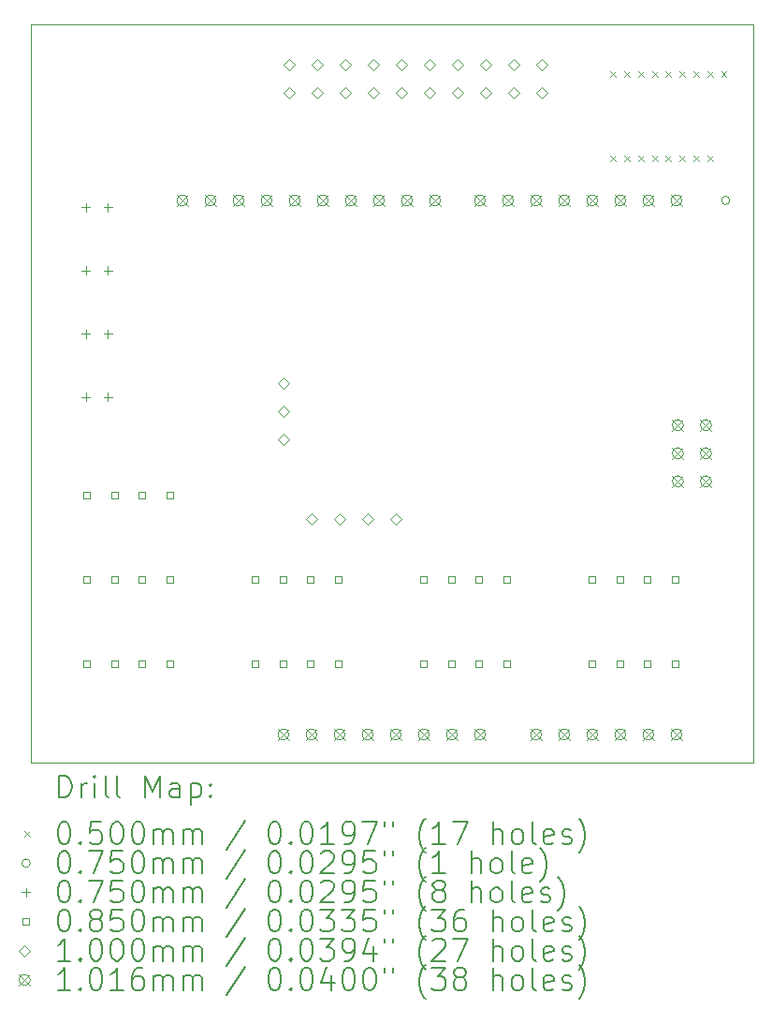
<source format=gbr>
%TF.GenerationSoftware,KiCad,Pcbnew,7.0.5*%
%TF.CreationDate,2023-06-14T13:19:43+10:00*%
%TF.ProjectId,NUcr,4e556372-2e6b-4696-9361-645f70636258,rev?*%
%TF.SameCoordinates,Original*%
%TF.FileFunction,Drillmap*%
%TF.FilePolarity,Positive*%
%FSLAX45Y45*%
G04 Gerber Fmt 4.5, Leading zero omitted, Abs format (unit mm)*
G04 Created by KiCad (PCBNEW 7.0.5) date 2023-06-14 13:19:43*
%MOMM*%
%LPD*%
G01*
G04 APERTURE LIST*
%ADD10C,0.100000*%
%ADD11C,0.200000*%
%ADD12C,0.050000*%
%ADD13C,0.075000*%
%ADD14C,0.085000*%
%ADD15C,0.101600*%
G04 APERTURE END LIST*
D10*
X6858000Y-5016500D02*
X13398500Y-5016500D01*
X13398500Y-11684000D01*
X6858000Y-11684000D01*
X6858000Y-5016500D01*
D11*
D12*
X12103500Y-5436000D02*
X12153500Y-5486000D01*
X12153500Y-5436000D02*
X12103500Y-5486000D01*
X12103500Y-6198000D02*
X12153500Y-6248000D01*
X12153500Y-6198000D02*
X12103500Y-6248000D01*
X12228500Y-5436000D02*
X12278500Y-5486000D01*
X12278500Y-5436000D02*
X12228500Y-5486000D01*
X12228500Y-6198000D02*
X12278500Y-6248000D01*
X12278500Y-6198000D02*
X12228500Y-6248000D01*
X12353500Y-5436000D02*
X12403500Y-5486000D01*
X12403500Y-5436000D02*
X12353500Y-5486000D01*
X12353500Y-6198000D02*
X12403500Y-6248000D01*
X12403500Y-6198000D02*
X12353500Y-6248000D01*
X12478500Y-5436000D02*
X12528500Y-5486000D01*
X12528500Y-5436000D02*
X12478500Y-5486000D01*
X12478500Y-6198000D02*
X12528500Y-6248000D01*
X12528500Y-6198000D02*
X12478500Y-6248000D01*
X12603500Y-5436000D02*
X12653500Y-5486000D01*
X12653500Y-5436000D02*
X12603500Y-5486000D01*
X12603500Y-6198000D02*
X12653500Y-6248000D01*
X12653500Y-6198000D02*
X12603500Y-6248000D01*
X12728500Y-5436000D02*
X12778500Y-5486000D01*
X12778500Y-5436000D02*
X12728500Y-5486000D01*
X12728500Y-6198000D02*
X12778500Y-6248000D01*
X12778500Y-6198000D02*
X12728500Y-6248000D01*
X12853500Y-5436000D02*
X12903500Y-5486000D01*
X12903500Y-5436000D02*
X12853500Y-5486000D01*
X12853500Y-6198000D02*
X12903500Y-6248000D01*
X12903500Y-6198000D02*
X12853500Y-6248000D01*
X12978500Y-5436000D02*
X13028500Y-5486000D01*
X13028500Y-5436000D02*
X12978500Y-5486000D01*
X12978500Y-6198000D02*
X13028500Y-6248000D01*
X13028500Y-6198000D02*
X12978500Y-6248000D01*
X13103500Y-5436000D02*
X13153500Y-5486000D01*
X13153500Y-5436000D02*
X13103500Y-5486000D01*
D13*
X13182000Y-6604000D02*
G75*
G03*
X13182000Y-6604000I-37500J0D01*
G01*
X7356500Y-6630000D02*
X7356500Y-6705000D01*
X7319000Y-6667500D02*
X7394000Y-6667500D01*
X7356500Y-7201500D02*
X7356500Y-7276500D01*
X7319000Y-7239000D02*
X7394000Y-7239000D01*
X7356500Y-7773000D02*
X7356500Y-7848000D01*
X7319000Y-7810500D02*
X7394000Y-7810500D01*
X7356500Y-8344500D02*
X7356500Y-8419500D01*
X7319000Y-8382000D02*
X7394000Y-8382000D01*
X7556500Y-6630000D02*
X7556500Y-6705000D01*
X7519000Y-6667500D02*
X7594000Y-6667500D01*
X7556500Y-7201500D02*
X7556500Y-7276500D01*
X7519000Y-7239000D02*
X7594000Y-7239000D01*
X7556500Y-7773000D02*
X7556500Y-7848000D01*
X7519000Y-7810500D02*
X7594000Y-7810500D01*
X7556500Y-8344500D02*
X7556500Y-8419500D01*
X7519000Y-8382000D02*
X7594000Y-8382000D01*
D14*
X7396052Y-9301052D02*
X7396052Y-9240948D01*
X7335948Y-9240948D01*
X7335948Y-9301052D01*
X7396052Y-9301052D01*
X7396052Y-10063052D02*
X7396052Y-10002948D01*
X7335948Y-10002948D01*
X7335948Y-10063052D01*
X7396052Y-10063052D01*
X7396052Y-10825052D02*
X7396052Y-10764948D01*
X7335948Y-10764948D01*
X7335948Y-10825052D01*
X7396052Y-10825052D01*
X7646052Y-9301052D02*
X7646052Y-9240948D01*
X7585948Y-9240948D01*
X7585948Y-9301052D01*
X7646052Y-9301052D01*
X7646052Y-10063052D02*
X7646052Y-10002948D01*
X7585948Y-10002948D01*
X7585948Y-10063052D01*
X7646052Y-10063052D01*
X7646052Y-10825052D02*
X7646052Y-10764948D01*
X7585948Y-10764948D01*
X7585948Y-10825052D01*
X7646052Y-10825052D01*
X7896052Y-9301052D02*
X7896052Y-9240948D01*
X7835948Y-9240948D01*
X7835948Y-9301052D01*
X7896052Y-9301052D01*
X7896052Y-10063052D02*
X7896052Y-10002948D01*
X7835948Y-10002948D01*
X7835948Y-10063052D01*
X7896052Y-10063052D01*
X7896052Y-10825052D02*
X7896052Y-10764948D01*
X7835948Y-10764948D01*
X7835948Y-10825052D01*
X7896052Y-10825052D01*
X8146052Y-9301052D02*
X8146052Y-9240948D01*
X8085948Y-9240948D01*
X8085948Y-9301052D01*
X8146052Y-9301052D01*
X8146052Y-10063052D02*
X8146052Y-10002948D01*
X8085948Y-10002948D01*
X8085948Y-10063052D01*
X8146052Y-10063052D01*
X8146052Y-10825052D02*
X8146052Y-10764948D01*
X8085948Y-10764948D01*
X8085948Y-10825052D01*
X8146052Y-10825052D01*
X8920052Y-10063052D02*
X8920052Y-10002948D01*
X8859948Y-10002948D01*
X8859948Y-10063052D01*
X8920052Y-10063052D01*
X8920052Y-10825052D02*
X8920052Y-10764948D01*
X8859948Y-10764948D01*
X8859948Y-10825052D01*
X8920052Y-10825052D01*
X9170052Y-10063052D02*
X9170052Y-10002948D01*
X9109948Y-10002948D01*
X9109948Y-10063052D01*
X9170052Y-10063052D01*
X9170052Y-10825052D02*
X9170052Y-10764948D01*
X9109948Y-10764948D01*
X9109948Y-10825052D01*
X9170052Y-10825052D01*
X9420052Y-10063052D02*
X9420052Y-10002948D01*
X9359948Y-10002948D01*
X9359948Y-10063052D01*
X9420052Y-10063052D01*
X9420052Y-10825052D02*
X9420052Y-10764948D01*
X9359948Y-10764948D01*
X9359948Y-10825052D01*
X9420052Y-10825052D01*
X9670052Y-10063052D02*
X9670052Y-10002948D01*
X9609948Y-10002948D01*
X9609948Y-10063052D01*
X9670052Y-10063052D01*
X9670052Y-10825052D02*
X9670052Y-10764948D01*
X9609948Y-10764948D01*
X9609948Y-10825052D01*
X9670052Y-10825052D01*
X10444052Y-10063052D02*
X10444052Y-10002948D01*
X10383948Y-10002948D01*
X10383948Y-10063052D01*
X10444052Y-10063052D01*
X10444052Y-10825052D02*
X10444052Y-10764948D01*
X10383948Y-10764948D01*
X10383948Y-10825052D01*
X10444052Y-10825052D01*
X10694052Y-10063052D02*
X10694052Y-10002948D01*
X10633948Y-10002948D01*
X10633948Y-10063052D01*
X10694052Y-10063052D01*
X10694052Y-10825052D02*
X10694052Y-10764948D01*
X10633948Y-10764948D01*
X10633948Y-10825052D01*
X10694052Y-10825052D01*
X10944052Y-10063052D02*
X10944052Y-10002948D01*
X10883948Y-10002948D01*
X10883948Y-10063052D01*
X10944052Y-10063052D01*
X10944052Y-10825052D02*
X10944052Y-10764948D01*
X10883948Y-10764948D01*
X10883948Y-10825052D01*
X10944052Y-10825052D01*
X11194052Y-10063052D02*
X11194052Y-10002948D01*
X11133948Y-10002948D01*
X11133948Y-10063052D01*
X11194052Y-10063052D01*
X11194052Y-10825052D02*
X11194052Y-10764948D01*
X11133948Y-10764948D01*
X11133948Y-10825052D01*
X11194052Y-10825052D01*
X11968052Y-10063052D02*
X11968052Y-10002948D01*
X11907948Y-10002948D01*
X11907948Y-10063052D01*
X11968052Y-10063052D01*
X11968052Y-10825052D02*
X11968052Y-10764948D01*
X11907948Y-10764948D01*
X11907948Y-10825052D01*
X11968052Y-10825052D01*
X12218052Y-10063052D02*
X12218052Y-10002948D01*
X12157948Y-10002948D01*
X12157948Y-10063052D01*
X12218052Y-10063052D01*
X12218052Y-10825052D02*
X12218052Y-10764948D01*
X12157948Y-10764948D01*
X12157948Y-10825052D01*
X12218052Y-10825052D01*
X12468052Y-10063052D02*
X12468052Y-10002948D01*
X12407948Y-10002948D01*
X12407948Y-10063052D01*
X12468052Y-10063052D01*
X12468052Y-10825052D02*
X12468052Y-10764948D01*
X12407948Y-10764948D01*
X12407948Y-10825052D01*
X12468052Y-10825052D01*
X12718052Y-10063052D02*
X12718052Y-10002948D01*
X12657948Y-10002948D01*
X12657948Y-10063052D01*
X12718052Y-10063052D01*
X12718052Y-10825052D02*
X12718052Y-10764948D01*
X12657948Y-10764948D01*
X12657948Y-10825052D01*
X12718052Y-10825052D01*
D10*
X9144000Y-8305000D02*
X9194000Y-8255000D01*
X9144000Y-8205000D01*
X9094000Y-8255000D01*
X9144000Y-8305000D01*
X9144000Y-8559000D02*
X9194000Y-8509000D01*
X9144000Y-8459000D01*
X9094000Y-8509000D01*
X9144000Y-8559000D01*
X9144000Y-8813000D02*
X9194000Y-8763000D01*
X9144000Y-8713000D01*
X9094000Y-8763000D01*
X9144000Y-8813000D01*
X9198000Y-5425000D02*
X9248000Y-5375000D01*
X9198000Y-5325000D01*
X9148000Y-5375000D01*
X9198000Y-5425000D01*
X9198000Y-5679000D02*
X9248000Y-5629000D01*
X9198000Y-5579000D01*
X9148000Y-5629000D01*
X9198000Y-5679000D01*
X9398000Y-9530300D02*
X9448000Y-9480300D01*
X9398000Y-9430300D01*
X9348000Y-9480300D01*
X9398000Y-9530300D01*
X9452000Y-5425000D02*
X9502000Y-5375000D01*
X9452000Y-5325000D01*
X9402000Y-5375000D01*
X9452000Y-5425000D01*
X9452000Y-5679000D02*
X9502000Y-5629000D01*
X9452000Y-5579000D01*
X9402000Y-5629000D01*
X9452000Y-5679000D01*
X9652000Y-9530300D02*
X9702000Y-9480300D01*
X9652000Y-9430300D01*
X9602000Y-9480300D01*
X9652000Y-9530300D01*
X9706000Y-5425000D02*
X9756000Y-5375000D01*
X9706000Y-5325000D01*
X9656000Y-5375000D01*
X9706000Y-5425000D01*
X9706000Y-5679000D02*
X9756000Y-5629000D01*
X9706000Y-5579000D01*
X9656000Y-5629000D01*
X9706000Y-5679000D01*
X9906000Y-9530300D02*
X9956000Y-9480300D01*
X9906000Y-9430300D01*
X9856000Y-9480300D01*
X9906000Y-9530300D01*
X9960000Y-5425000D02*
X10010000Y-5375000D01*
X9960000Y-5325000D01*
X9910000Y-5375000D01*
X9960000Y-5425000D01*
X9960000Y-5679000D02*
X10010000Y-5629000D01*
X9960000Y-5579000D01*
X9910000Y-5629000D01*
X9960000Y-5679000D01*
X10160000Y-9530300D02*
X10210000Y-9480300D01*
X10160000Y-9430300D01*
X10110000Y-9480300D01*
X10160000Y-9530300D01*
X10214000Y-5425000D02*
X10264000Y-5375000D01*
X10214000Y-5325000D01*
X10164000Y-5375000D01*
X10214000Y-5425000D01*
X10214000Y-5679000D02*
X10264000Y-5629000D01*
X10214000Y-5579000D01*
X10164000Y-5629000D01*
X10214000Y-5679000D01*
X10468000Y-5425000D02*
X10518000Y-5375000D01*
X10468000Y-5325000D01*
X10418000Y-5375000D01*
X10468000Y-5425000D01*
X10468000Y-5679000D02*
X10518000Y-5629000D01*
X10468000Y-5579000D01*
X10418000Y-5629000D01*
X10468000Y-5679000D01*
X10722000Y-5425000D02*
X10772000Y-5375000D01*
X10722000Y-5325000D01*
X10672000Y-5375000D01*
X10722000Y-5425000D01*
X10722000Y-5679000D02*
X10772000Y-5629000D01*
X10722000Y-5579000D01*
X10672000Y-5629000D01*
X10722000Y-5679000D01*
X10976000Y-5425000D02*
X11026000Y-5375000D01*
X10976000Y-5325000D01*
X10926000Y-5375000D01*
X10976000Y-5425000D01*
X10976000Y-5679000D02*
X11026000Y-5629000D01*
X10976000Y-5579000D01*
X10926000Y-5629000D01*
X10976000Y-5679000D01*
X11230000Y-5425000D02*
X11280000Y-5375000D01*
X11230000Y-5325000D01*
X11180000Y-5375000D01*
X11230000Y-5425000D01*
X11230000Y-5679000D02*
X11280000Y-5629000D01*
X11230000Y-5579000D01*
X11180000Y-5629000D01*
X11230000Y-5679000D01*
X11484000Y-5425000D02*
X11534000Y-5375000D01*
X11484000Y-5325000D01*
X11434000Y-5375000D01*
X11484000Y-5425000D01*
X11484000Y-5679000D02*
X11534000Y-5629000D01*
X11484000Y-5579000D01*
X11434000Y-5629000D01*
X11484000Y-5679000D01*
D15*
X8178800Y-6553200D02*
X8280400Y-6654800D01*
X8280400Y-6553200D02*
X8178800Y-6654800D01*
X8280400Y-6604000D02*
G75*
G03*
X8280400Y-6604000I-50800J0D01*
G01*
X8432800Y-6553200D02*
X8534400Y-6654800D01*
X8534400Y-6553200D02*
X8432800Y-6654800D01*
X8534400Y-6604000D02*
G75*
G03*
X8534400Y-6604000I-50800J0D01*
G01*
X8686800Y-6553200D02*
X8788400Y-6654800D01*
X8788400Y-6553200D02*
X8686800Y-6654800D01*
X8788400Y-6604000D02*
G75*
G03*
X8788400Y-6604000I-50800J0D01*
G01*
X8940800Y-6553200D02*
X9042400Y-6654800D01*
X9042400Y-6553200D02*
X8940800Y-6654800D01*
X9042400Y-6604000D02*
G75*
G03*
X9042400Y-6604000I-50800J0D01*
G01*
X9093200Y-11379200D02*
X9194800Y-11480800D01*
X9194800Y-11379200D02*
X9093200Y-11480800D01*
X9194800Y-11430000D02*
G75*
G03*
X9194800Y-11430000I-50800J0D01*
G01*
X9194800Y-6553200D02*
X9296400Y-6654800D01*
X9296400Y-6553200D02*
X9194800Y-6654800D01*
X9296400Y-6604000D02*
G75*
G03*
X9296400Y-6604000I-50800J0D01*
G01*
X9347200Y-11379200D02*
X9448800Y-11480800D01*
X9448800Y-11379200D02*
X9347200Y-11480800D01*
X9448800Y-11430000D02*
G75*
G03*
X9448800Y-11430000I-50800J0D01*
G01*
X9448800Y-6553200D02*
X9550400Y-6654800D01*
X9550400Y-6553200D02*
X9448800Y-6654800D01*
X9550400Y-6604000D02*
G75*
G03*
X9550400Y-6604000I-50800J0D01*
G01*
X9601200Y-11379200D02*
X9702800Y-11480800D01*
X9702800Y-11379200D02*
X9601200Y-11480800D01*
X9702800Y-11430000D02*
G75*
G03*
X9702800Y-11430000I-50800J0D01*
G01*
X9702800Y-6553200D02*
X9804400Y-6654800D01*
X9804400Y-6553200D02*
X9702800Y-6654800D01*
X9804400Y-6604000D02*
G75*
G03*
X9804400Y-6604000I-50800J0D01*
G01*
X9855200Y-11379200D02*
X9956800Y-11480800D01*
X9956800Y-11379200D02*
X9855200Y-11480800D01*
X9956800Y-11430000D02*
G75*
G03*
X9956800Y-11430000I-50800J0D01*
G01*
X9956800Y-6553200D02*
X10058400Y-6654800D01*
X10058400Y-6553200D02*
X9956800Y-6654800D01*
X10058400Y-6604000D02*
G75*
G03*
X10058400Y-6604000I-50800J0D01*
G01*
X10109200Y-11379200D02*
X10210800Y-11480800D01*
X10210800Y-11379200D02*
X10109200Y-11480800D01*
X10210800Y-11430000D02*
G75*
G03*
X10210800Y-11430000I-50800J0D01*
G01*
X10210800Y-6553200D02*
X10312400Y-6654800D01*
X10312400Y-6553200D02*
X10210800Y-6654800D01*
X10312400Y-6604000D02*
G75*
G03*
X10312400Y-6604000I-50800J0D01*
G01*
X10363200Y-11379200D02*
X10464800Y-11480800D01*
X10464800Y-11379200D02*
X10363200Y-11480800D01*
X10464800Y-11430000D02*
G75*
G03*
X10464800Y-11430000I-50800J0D01*
G01*
X10464800Y-6553200D02*
X10566400Y-6654800D01*
X10566400Y-6553200D02*
X10464800Y-6654800D01*
X10566400Y-6604000D02*
G75*
G03*
X10566400Y-6604000I-50800J0D01*
G01*
X10617200Y-11379200D02*
X10718800Y-11480800D01*
X10718800Y-11379200D02*
X10617200Y-11480800D01*
X10718800Y-11430000D02*
G75*
G03*
X10718800Y-11430000I-50800J0D01*
G01*
X10871200Y-6553200D02*
X10972800Y-6654800D01*
X10972800Y-6553200D02*
X10871200Y-6654800D01*
X10972800Y-6604000D02*
G75*
G03*
X10972800Y-6604000I-50800J0D01*
G01*
X10871200Y-11379200D02*
X10972800Y-11480800D01*
X10972800Y-11379200D02*
X10871200Y-11480800D01*
X10972800Y-11430000D02*
G75*
G03*
X10972800Y-11430000I-50800J0D01*
G01*
X11125200Y-6553200D02*
X11226800Y-6654800D01*
X11226800Y-6553200D02*
X11125200Y-6654800D01*
X11226800Y-6604000D02*
G75*
G03*
X11226800Y-6604000I-50800J0D01*
G01*
X11379200Y-6553200D02*
X11480800Y-6654800D01*
X11480800Y-6553200D02*
X11379200Y-6654800D01*
X11480800Y-6604000D02*
G75*
G03*
X11480800Y-6604000I-50800J0D01*
G01*
X11379200Y-11379200D02*
X11480800Y-11480800D01*
X11480800Y-11379200D02*
X11379200Y-11480800D01*
X11480800Y-11430000D02*
G75*
G03*
X11480800Y-11430000I-50800J0D01*
G01*
X11633200Y-6553200D02*
X11734800Y-6654800D01*
X11734800Y-6553200D02*
X11633200Y-6654800D01*
X11734800Y-6604000D02*
G75*
G03*
X11734800Y-6604000I-50800J0D01*
G01*
X11633200Y-11379200D02*
X11734800Y-11480800D01*
X11734800Y-11379200D02*
X11633200Y-11480800D01*
X11734800Y-11430000D02*
G75*
G03*
X11734800Y-11430000I-50800J0D01*
G01*
X11887200Y-6553200D02*
X11988800Y-6654800D01*
X11988800Y-6553200D02*
X11887200Y-6654800D01*
X11988800Y-6604000D02*
G75*
G03*
X11988800Y-6604000I-50800J0D01*
G01*
X11887200Y-11379200D02*
X11988800Y-11480800D01*
X11988800Y-11379200D02*
X11887200Y-11480800D01*
X11988800Y-11430000D02*
G75*
G03*
X11988800Y-11430000I-50800J0D01*
G01*
X12141200Y-6553200D02*
X12242800Y-6654800D01*
X12242800Y-6553200D02*
X12141200Y-6654800D01*
X12242800Y-6604000D02*
G75*
G03*
X12242800Y-6604000I-50800J0D01*
G01*
X12141200Y-11379200D02*
X12242800Y-11480800D01*
X12242800Y-11379200D02*
X12141200Y-11480800D01*
X12242800Y-11430000D02*
G75*
G03*
X12242800Y-11430000I-50800J0D01*
G01*
X12395200Y-6553200D02*
X12496800Y-6654800D01*
X12496800Y-6553200D02*
X12395200Y-6654800D01*
X12496800Y-6604000D02*
G75*
G03*
X12496800Y-6604000I-50800J0D01*
G01*
X12395200Y-11379200D02*
X12496800Y-11480800D01*
X12496800Y-11379200D02*
X12395200Y-11480800D01*
X12496800Y-11430000D02*
G75*
G03*
X12496800Y-11430000I-50800J0D01*
G01*
X12649200Y-6553200D02*
X12750800Y-6654800D01*
X12750800Y-6553200D02*
X12649200Y-6654800D01*
X12750800Y-6604000D02*
G75*
G03*
X12750800Y-6604000I-50800J0D01*
G01*
X12649200Y-11379200D02*
X12750800Y-11480800D01*
X12750800Y-11379200D02*
X12649200Y-11480800D01*
X12750800Y-11430000D02*
G75*
G03*
X12750800Y-11430000I-50800J0D01*
G01*
X12661900Y-8585200D02*
X12763500Y-8686800D01*
X12763500Y-8585200D02*
X12661900Y-8686800D01*
X12763500Y-8636000D02*
G75*
G03*
X12763500Y-8636000I-50800J0D01*
G01*
X12661900Y-8839200D02*
X12763500Y-8940800D01*
X12763500Y-8839200D02*
X12661900Y-8940800D01*
X12763500Y-8890000D02*
G75*
G03*
X12763500Y-8890000I-50800J0D01*
G01*
X12661900Y-9093200D02*
X12763500Y-9194800D01*
X12763500Y-9093200D02*
X12661900Y-9194800D01*
X12763500Y-9144000D02*
G75*
G03*
X12763500Y-9144000I-50800J0D01*
G01*
X12915900Y-8585200D02*
X13017500Y-8686800D01*
X13017500Y-8585200D02*
X12915900Y-8686800D01*
X13017500Y-8636000D02*
G75*
G03*
X13017500Y-8636000I-50800J0D01*
G01*
X12915900Y-8839200D02*
X13017500Y-8940800D01*
X13017500Y-8839200D02*
X12915900Y-8940800D01*
X13017500Y-8890000D02*
G75*
G03*
X13017500Y-8890000I-50800J0D01*
G01*
X12915900Y-9093200D02*
X13017500Y-9194800D01*
X13017500Y-9093200D02*
X12915900Y-9194800D01*
X13017500Y-9144000D02*
G75*
G03*
X13017500Y-9144000I-50800J0D01*
G01*
D11*
X7113777Y-12000484D02*
X7113777Y-11800484D01*
X7113777Y-11800484D02*
X7161396Y-11800484D01*
X7161396Y-11800484D02*
X7189967Y-11810008D01*
X7189967Y-11810008D02*
X7209015Y-11829055D01*
X7209015Y-11829055D02*
X7218539Y-11848103D01*
X7218539Y-11848103D02*
X7228062Y-11886198D01*
X7228062Y-11886198D02*
X7228062Y-11914769D01*
X7228062Y-11914769D02*
X7218539Y-11952865D01*
X7218539Y-11952865D02*
X7209015Y-11971912D01*
X7209015Y-11971912D02*
X7189967Y-11990960D01*
X7189967Y-11990960D02*
X7161396Y-12000484D01*
X7161396Y-12000484D02*
X7113777Y-12000484D01*
X7313777Y-12000484D02*
X7313777Y-11867150D01*
X7313777Y-11905246D02*
X7323301Y-11886198D01*
X7323301Y-11886198D02*
X7332824Y-11876674D01*
X7332824Y-11876674D02*
X7351872Y-11867150D01*
X7351872Y-11867150D02*
X7370920Y-11867150D01*
X7437586Y-12000484D02*
X7437586Y-11867150D01*
X7437586Y-11800484D02*
X7428062Y-11810008D01*
X7428062Y-11810008D02*
X7437586Y-11819531D01*
X7437586Y-11819531D02*
X7447110Y-11810008D01*
X7447110Y-11810008D02*
X7437586Y-11800484D01*
X7437586Y-11800484D02*
X7437586Y-11819531D01*
X7561396Y-12000484D02*
X7542348Y-11990960D01*
X7542348Y-11990960D02*
X7532824Y-11971912D01*
X7532824Y-11971912D02*
X7532824Y-11800484D01*
X7666158Y-12000484D02*
X7647110Y-11990960D01*
X7647110Y-11990960D02*
X7637586Y-11971912D01*
X7637586Y-11971912D02*
X7637586Y-11800484D01*
X7894729Y-12000484D02*
X7894729Y-11800484D01*
X7894729Y-11800484D02*
X7961396Y-11943341D01*
X7961396Y-11943341D02*
X8028062Y-11800484D01*
X8028062Y-11800484D02*
X8028062Y-12000484D01*
X8209015Y-12000484D02*
X8209015Y-11895722D01*
X8209015Y-11895722D02*
X8199491Y-11876674D01*
X8199491Y-11876674D02*
X8180443Y-11867150D01*
X8180443Y-11867150D02*
X8142348Y-11867150D01*
X8142348Y-11867150D02*
X8123301Y-11876674D01*
X8209015Y-11990960D02*
X8189967Y-12000484D01*
X8189967Y-12000484D02*
X8142348Y-12000484D01*
X8142348Y-12000484D02*
X8123301Y-11990960D01*
X8123301Y-11990960D02*
X8113777Y-11971912D01*
X8113777Y-11971912D02*
X8113777Y-11952865D01*
X8113777Y-11952865D02*
X8123301Y-11933817D01*
X8123301Y-11933817D02*
X8142348Y-11924293D01*
X8142348Y-11924293D02*
X8189967Y-11924293D01*
X8189967Y-11924293D02*
X8209015Y-11914769D01*
X8304253Y-11867150D02*
X8304253Y-12067150D01*
X8304253Y-11876674D02*
X8323301Y-11867150D01*
X8323301Y-11867150D02*
X8361396Y-11867150D01*
X8361396Y-11867150D02*
X8380443Y-11876674D01*
X8380443Y-11876674D02*
X8389967Y-11886198D01*
X8389967Y-11886198D02*
X8399491Y-11905246D01*
X8399491Y-11905246D02*
X8399491Y-11962388D01*
X8399491Y-11962388D02*
X8389967Y-11981436D01*
X8389967Y-11981436D02*
X8380443Y-11990960D01*
X8380443Y-11990960D02*
X8361396Y-12000484D01*
X8361396Y-12000484D02*
X8323301Y-12000484D01*
X8323301Y-12000484D02*
X8304253Y-11990960D01*
X8485205Y-11981436D02*
X8494729Y-11990960D01*
X8494729Y-11990960D02*
X8485205Y-12000484D01*
X8485205Y-12000484D02*
X8475682Y-11990960D01*
X8475682Y-11990960D02*
X8485205Y-11981436D01*
X8485205Y-11981436D02*
X8485205Y-12000484D01*
X8485205Y-11876674D02*
X8494729Y-11886198D01*
X8494729Y-11886198D02*
X8485205Y-11895722D01*
X8485205Y-11895722D02*
X8475682Y-11886198D01*
X8475682Y-11886198D02*
X8485205Y-11876674D01*
X8485205Y-11876674D02*
X8485205Y-11895722D01*
D12*
X6803000Y-12304000D02*
X6853000Y-12354000D01*
X6853000Y-12304000D02*
X6803000Y-12354000D01*
D11*
X7151872Y-12220484D02*
X7170920Y-12220484D01*
X7170920Y-12220484D02*
X7189967Y-12230008D01*
X7189967Y-12230008D02*
X7199491Y-12239531D01*
X7199491Y-12239531D02*
X7209015Y-12258579D01*
X7209015Y-12258579D02*
X7218539Y-12296674D01*
X7218539Y-12296674D02*
X7218539Y-12344293D01*
X7218539Y-12344293D02*
X7209015Y-12382388D01*
X7209015Y-12382388D02*
X7199491Y-12401436D01*
X7199491Y-12401436D02*
X7189967Y-12410960D01*
X7189967Y-12410960D02*
X7170920Y-12420484D01*
X7170920Y-12420484D02*
X7151872Y-12420484D01*
X7151872Y-12420484D02*
X7132824Y-12410960D01*
X7132824Y-12410960D02*
X7123301Y-12401436D01*
X7123301Y-12401436D02*
X7113777Y-12382388D01*
X7113777Y-12382388D02*
X7104253Y-12344293D01*
X7104253Y-12344293D02*
X7104253Y-12296674D01*
X7104253Y-12296674D02*
X7113777Y-12258579D01*
X7113777Y-12258579D02*
X7123301Y-12239531D01*
X7123301Y-12239531D02*
X7132824Y-12230008D01*
X7132824Y-12230008D02*
X7151872Y-12220484D01*
X7304253Y-12401436D02*
X7313777Y-12410960D01*
X7313777Y-12410960D02*
X7304253Y-12420484D01*
X7304253Y-12420484D02*
X7294729Y-12410960D01*
X7294729Y-12410960D02*
X7304253Y-12401436D01*
X7304253Y-12401436D02*
X7304253Y-12420484D01*
X7494729Y-12220484D02*
X7399491Y-12220484D01*
X7399491Y-12220484D02*
X7389967Y-12315722D01*
X7389967Y-12315722D02*
X7399491Y-12306198D01*
X7399491Y-12306198D02*
X7418539Y-12296674D01*
X7418539Y-12296674D02*
X7466158Y-12296674D01*
X7466158Y-12296674D02*
X7485205Y-12306198D01*
X7485205Y-12306198D02*
X7494729Y-12315722D01*
X7494729Y-12315722D02*
X7504253Y-12334769D01*
X7504253Y-12334769D02*
X7504253Y-12382388D01*
X7504253Y-12382388D02*
X7494729Y-12401436D01*
X7494729Y-12401436D02*
X7485205Y-12410960D01*
X7485205Y-12410960D02*
X7466158Y-12420484D01*
X7466158Y-12420484D02*
X7418539Y-12420484D01*
X7418539Y-12420484D02*
X7399491Y-12410960D01*
X7399491Y-12410960D02*
X7389967Y-12401436D01*
X7628062Y-12220484D02*
X7647110Y-12220484D01*
X7647110Y-12220484D02*
X7666158Y-12230008D01*
X7666158Y-12230008D02*
X7675682Y-12239531D01*
X7675682Y-12239531D02*
X7685205Y-12258579D01*
X7685205Y-12258579D02*
X7694729Y-12296674D01*
X7694729Y-12296674D02*
X7694729Y-12344293D01*
X7694729Y-12344293D02*
X7685205Y-12382388D01*
X7685205Y-12382388D02*
X7675682Y-12401436D01*
X7675682Y-12401436D02*
X7666158Y-12410960D01*
X7666158Y-12410960D02*
X7647110Y-12420484D01*
X7647110Y-12420484D02*
X7628062Y-12420484D01*
X7628062Y-12420484D02*
X7609015Y-12410960D01*
X7609015Y-12410960D02*
X7599491Y-12401436D01*
X7599491Y-12401436D02*
X7589967Y-12382388D01*
X7589967Y-12382388D02*
X7580443Y-12344293D01*
X7580443Y-12344293D02*
X7580443Y-12296674D01*
X7580443Y-12296674D02*
X7589967Y-12258579D01*
X7589967Y-12258579D02*
X7599491Y-12239531D01*
X7599491Y-12239531D02*
X7609015Y-12230008D01*
X7609015Y-12230008D02*
X7628062Y-12220484D01*
X7818539Y-12220484D02*
X7837586Y-12220484D01*
X7837586Y-12220484D02*
X7856634Y-12230008D01*
X7856634Y-12230008D02*
X7866158Y-12239531D01*
X7866158Y-12239531D02*
X7875682Y-12258579D01*
X7875682Y-12258579D02*
X7885205Y-12296674D01*
X7885205Y-12296674D02*
X7885205Y-12344293D01*
X7885205Y-12344293D02*
X7875682Y-12382388D01*
X7875682Y-12382388D02*
X7866158Y-12401436D01*
X7866158Y-12401436D02*
X7856634Y-12410960D01*
X7856634Y-12410960D02*
X7837586Y-12420484D01*
X7837586Y-12420484D02*
X7818539Y-12420484D01*
X7818539Y-12420484D02*
X7799491Y-12410960D01*
X7799491Y-12410960D02*
X7789967Y-12401436D01*
X7789967Y-12401436D02*
X7780443Y-12382388D01*
X7780443Y-12382388D02*
X7770920Y-12344293D01*
X7770920Y-12344293D02*
X7770920Y-12296674D01*
X7770920Y-12296674D02*
X7780443Y-12258579D01*
X7780443Y-12258579D02*
X7789967Y-12239531D01*
X7789967Y-12239531D02*
X7799491Y-12230008D01*
X7799491Y-12230008D02*
X7818539Y-12220484D01*
X7970920Y-12420484D02*
X7970920Y-12287150D01*
X7970920Y-12306198D02*
X7980443Y-12296674D01*
X7980443Y-12296674D02*
X7999491Y-12287150D01*
X7999491Y-12287150D02*
X8028063Y-12287150D01*
X8028063Y-12287150D02*
X8047110Y-12296674D01*
X8047110Y-12296674D02*
X8056634Y-12315722D01*
X8056634Y-12315722D02*
X8056634Y-12420484D01*
X8056634Y-12315722D02*
X8066158Y-12296674D01*
X8066158Y-12296674D02*
X8085205Y-12287150D01*
X8085205Y-12287150D02*
X8113777Y-12287150D01*
X8113777Y-12287150D02*
X8132824Y-12296674D01*
X8132824Y-12296674D02*
X8142348Y-12315722D01*
X8142348Y-12315722D02*
X8142348Y-12420484D01*
X8237586Y-12420484D02*
X8237586Y-12287150D01*
X8237586Y-12306198D02*
X8247110Y-12296674D01*
X8247110Y-12296674D02*
X8266158Y-12287150D01*
X8266158Y-12287150D02*
X8294729Y-12287150D01*
X8294729Y-12287150D02*
X8313777Y-12296674D01*
X8313777Y-12296674D02*
X8323301Y-12315722D01*
X8323301Y-12315722D02*
X8323301Y-12420484D01*
X8323301Y-12315722D02*
X8332824Y-12296674D01*
X8332824Y-12296674D02*
X8351872Y-12287150D01*
X8351872Y-12287150D02*
X8380443Y-12287150D01*
X8380443Y-12287150D02*
X8399491Y-12296674D01*
X8399491Y-12296674D02*
X8409015Y-12315722D01*
X8409015Y-12315722D02*
X8409015Y-12420484D01*
X8799491Y-12210960D02*
X8628063Y-12468103D01*
X9056634Y-12220484D02*
X9075682Y-12220484D01*
X9075682Y-12220484D02*
X9094729Y-12230008D01*
X9094729Y-12230008D02*
X9104253Y-12239531D01*
X9104253Y-12239531D02*
X9113777Y-12258579D01*
X9113777Y-12258579D02*
X9123301Y-12296674D01*
X9123301Y-12296674D02*
X9123301Y-12344293D01*
X9123301Y-12344293D02*
X9113777Y-12382388D01*
X9113777Y-12382388D02*
X9104253Y-12401436D01*
X9104253Y-12401436D02*
X9094729Y-12410960D01*
X9094729Y-12410960D02*
X9075682Y-12420484D01*
X9075682Y-12420484D02*
X9056634Y-12420484D01*
X9056634Y-12420484D02*
X9037587Y-12410960D01*
X9037587Y-12410960D02*
X9028063Y-12401436D01*
X9028063Y-12401436D02*
X9018539Y-12382388D01*
X9018539Y-12382388D02*
X9009015Y-12344293D01*
X9009015Y-12344293D02*
X9009015Y-12296674D01*
X9009015Y-12296674D02*
X9018539Y-12258579D01*
X9018539Y-12258579D02*
X9028063Y-12239531D01*
X9028063Y-12239531D02*
X9037587Y-12230008D01*
X9037587Y-12230008D02*
X9056634Y-12220484D01*
X9209015Y-12401436D02*
X9218539Y-12410960D01*
X9218539Y-12410960D02*
X9209015Y-12420484D01*
X9209015Y-12420484D02*
X9199491Y-12410960D01*
X9199491Y-12410960D02*
X9209015Y-12401436D01*
X9209015Y-12401436D02*
X9209015Y-12420484D01*
X9342348Y-12220484D02*
X9361396Y-12220484D01*
X9361396Y-12220484D02*
X9380444Y-12230008D01*
X9380444Y-12230008D02*
X9389968Y-12239531D01*
X9389968Y-12239531D02*
X9399491Y-12258579D01*
X9399491Y-12258579D02*
X9409015Y-12296674D01*
X9409015Y-12296674D02*
X9409015Y-12344293D01*
X9409015Y-12344293D02*
X9399491Y-12382388D01*
X9399491Y-12382388D02*
X9389968Y-12401436D01*
X9389968Y-12401436D02*
X9380444Y-12410960D01*
X9380444Y-12410960D02*
X9361396Y-12420484D01*
X9361396Y-12420484D02*
X9342348Y-12420484D01*
X9342348Y-12420484D02*
X9323301Y-12410960D01*
X9323301Y-12410960D02*
X9313777Y-12401436D01*
X9313777Y-12401436D02*
X9304253Y-12382388D01*
X9304253Y-12382388D02*
X9294729Y-12344293D01*
X9294729Y-12344293D02*
X9294729Y-12296674D01*
X9294729Y-12296674D02*
X9304253Y-12258579D01*
X9304253Y-12258579D02*
X9313777Y-12239531D01*
X9313777Y-12239531D02*
X9323301Y-12230008D01*
X9323301Y-12230008D02*
X9342348Y-12220484D01*
X9599491Y-12420484D02*
X9485206Y-12420484D01*
X9542348Y-12420484D02*
X9542348Y-12220484D01*
X9542348Y-12220484D02*
X9523301Y-12249055D01*
X9523301Y-12249055D02*
X9504253Y-12268103D01*
X9504253Y-12268103D02*
X9485206Y-12277627D01*
X9694729Y-12420484D02*
X9732825Y-12420484D01*
X9732825Y-12420484D02*
X9751872Y-12410960D01*
X9751872Y-12410960D02*
X9761396Y-12401436D01*
X9761396Y-12401436D02*
X9780444Y-12372865D01*
X9780444Y-12372865D02*
X9789968Y-12334769D01*
X9789968Y-12334769D02*
X9789968Y-12258579D01*
X9789968Y-12258579D02*
X9780444Y-12239531D01*
X9780444Y-12239531D02*
X9770920Y-12230008D01*
X9770920Y-12230008D02*
X9751872Y-12220484D01*
X9751872Y-12220484D02*
X9713777Y-12220484D01*
X9713777Y-12220484D02*
X9694729Y-12230008D01*
X9694729Y-12230008D02*
X9685206Y-12239531D01*
X9685206Y-12239531D02*
X9675682Y-12258579D01*
X9675682Y-12258579D02*
X9675682Y-12306198D01*
X9675682Y-12306198D02*
X9685206Y-12325246D01*
X9685206Y-12325246D02*
X9694729Y-12334769D01*
X9694729Y-12334769D02*
X9713777Y-12344293D01*
X9713777Y-12344293D02*
X9751872Y-12344293D01*
X9751872Y-12344293D02*
X9770920Y-12334769D01*
X9770920Y-12334769D02*
X9780444Y-12325246D01*
X9780444Y-12325246D02*
X9789968Y-12306198D01*
X9856634Y-12220484D02*
X9989968Y-12220484D01*
X9989968Y-12220484D02*
X9904253Y-12420484D01*
X10056634Y-12220484D02*
X10056634Y-12258579D01*
X10132825Y-12220484D02*
X10132825Y-12258579D01*
X10428063Y-12496674D02*
X10418539Y-12487150D01*
X10418539Y-12487150D02*
X10399491Y-12458579D01*
X10399491Y-12458579D02*
X10389968Y-12439531D01*
X10389968Y-12439531D02*
X10380444Y-12410960D01*
X10380444Y-12410960D02*
X10370920Y-12363341D01*
X10370920Y-12363341D02*
X10370920Y-12325246D01*
X10370920Y-12325246D02*
X10380444Y-12277627D01*
X10380444Y-12277627D02*
X10389968Y-12249055D01*
X10389968Y-12249055D02*
X10399491Y-12230008D01*
X10399491Y-12230008D02*
X10418539Y-12201436D01*
X10418539Y-12201436D02*
X10428063Y-12191912D01*
X10609015Y-12420484D02*
X10494730Y-12420484D01*
X10551872Y-12420484D02*
X10551872Y-12220484D01*
X10551872Y-12220484D02*
X10532825Y-12249055D01*
X10532825Y-12249055D02*
X10513777Y-12268103D01*
X10513777Y-12268103D02*
X10494730Y-12277627D01*
X10675682Y-12220484D02*
X10809015Y-12220484D01*
X10809015Y-12220484D02*
X10723301Y-12420484D01*
X11037587Y-12420484D02*
X11037587Y-12220484D01*
X11123301Y-12420484D02*
X11123301Y-12315722D01*
X11123301Y-12315722D02*
X11113777Y-12296674D01*
X11113777Y-12296674D02*
X11094730Y-12287150D01*
X11094730Y-12287150D02*
X11066158Y-12287150D01*
X11066158Y-12287150D02*
X11047111Y-12296674D01*
X11047111Y-12296674D02*
X11037587Y-12306198D01*
X11247110Y-12420484D02*
X11228063Y-12410960D01*
X11228063Y-12410960D02*
X11218539Y-12401436D01*
X11218539Y-12401436D02*
X11209015Y-12382388D01*
X11209015Y-12382388D02*
X11209015Y-12325246D01*
X11209015Y-12325246D02*
X11218539Y-12306198D01*
X11218539Y-12306198D02*
X11228063Y-12296674D01*
X11228063Y-12296674D02*
X11247110Y-12287150D01*
X11247110Y-12287150D02*
X11275682Y-12287150D01*
X11275682Y-12287150D02*
X11294730Y-12296674D01*
X11294730Y-12296674D02*
X11304253Y-12306198D01*
X11304253Y-12306198D02*
X11313777Y-12325246D01*
X11313777Y-12325246D02*
X11313777Y-12382388D01*
X11313777Y-12382388D02*
X11304253Y-12401436D01*
X11304253Y-12401436D02*
X11294730Y-12410960D01*
X11294730Y-12410960D02*
X11275682Y-12420484D01*
X11275682Y-12420484D02*
X11247110Y-12420484D01*
X11428063Y-12420484D02*
X11409015Y-12410960D01*
X11409015Y-12410960D02*
X11399491Y-12391912D01*
X11399491Y-12391912D02*
X11399491Y-12220484D01*
X11580444Y-12410960D02*
X11561396Y-12420484D01*
X11561396Y-12420484D02*
X11523301Y-12420484D01*
X11523301Y-12420484D02*
X11504253Y-12410960D01*
X11504253Y-12410960D02*
X11494730Y-12391912D01*
X11494730Y-12391912D02*
X11494730Y-12315722D01*
X11494730Y-12315722D02*
X11504253Y-12296674D01*
X11504253Y-12296674D02*
X11523301Y-12287150D01*
X11523301Y-12287150D02*
X11561396Y-12287150D01*
X11561396Y-12287150D02*
X11580444Y-12296674D01*
X11580444Y-12296674D02*
X11589968Y-12315722D01*
X11589968Y-12315722D02*
X11589968Y-12334769D01*
X11589968Y-12334769D02*
X11494730Y-12353817D01*
X11666158Y-12410960D02*
X11685206Y-12420484D01*
X11685206Y-12420484D02*
X11723301Y-12420484D01*
X11723301Y-12420484D02*
X11742349Y-12410960D01*
X11742349Y-12410960D02*
X11751872Y-12391912D01*
X11751872Y-12391912D02*
X11751872Y-12382388D01*
X11751872Y-12382388D02*
X11742349Y-12363341D01*
X11742349Y-12363341D02*
X11723301Y-12353817D01*
X11723301Y-12353817D02*
X11694730Y-12353817D01*
X11694730Y-12353817D02*
X11675682Y-12344293D01*
X11675682Y-12344293D02*
X11666158Y-12325246D01*
X11666158Y-12325246D02*
X11666158Y-12315722D01*
X11666158Y-12315722D02*
X11675682Y-12296674D01*
X11675682Y-12296674D02*
X11694730Y-12287150D01*
X11694730Y-12287150D02*
X11723301Y-12287150D01*
X11723301Y-12287150D02*
X11742349Y-12296674D01*
X11818539Y-12496674D02*
X11828063Y-12487150D01*
X11828063Y-12487150D02*
X11847111Y-12458579D01*
X11847111Y-12458579D02*
X11856634Y-12439531D01*
X11856634Y-12439531D02*
X11866158Y-12410960D01*
X11866158Y-12410960D02*
X11875682Y-12363341D01*
X11875682Y-12363341D02*
X11875682Y-12325246D01*
X11875682Y-12325246D02*
X11866158Y-12277627D01*
X11866158Y-12277627D02*
X11856634Y-12249055D01*
X11856634Y-12249055D02*
X11847111Y-12230008D01*
X11847111Y-12230008D02*
X11828063Y-12201436D01*
X11828063Y-12201436D02*
X11818539Y-12191912D01*
D13*
X6853000Y-12593000D02*
G75*
G03*
X6853000Y-12593000I-37500J0D01*
G01*
D11*
X7151872Y-12484484D02*
X7170920Y-12484484D01*
X7170920Y-12484484D02*
X7189967Y-12494008D01*
X7189967Y-12494008D02*
X7199491Y-12503531D01*
X7199491Y-12503531D02*
X7209015Y-12522579D01*
X7209015Y-12522579D02*
X7218539Y-12560674D01*
X7218539Y-12560674D02*
X7218539Y-12608293D01*
X7218539Y-12608293D02*
X7209015Y-12646388D01*
X7209015Y-12646388D02*
X7199491Y-12665436D01*
X7199491Y-12665436D02*
X7189967Y-12674960D01*
X7189967Y-12674960D02*
X7170920Y-12684484D01*
X7170920Y-12684484D02*
X7151872Y-12684484D01*
X7151872Y-12684484D02*
X7132824Y-12674960D01*
X7132824Y-12674960D02*
X7123301Y-12665436D01*
X7123301Y-12665436D02*
X7113777Y-12646388D01*
X7113777Y-12646388D02*
X7104253Y-12608293D01*
X7104253Y-12608293D02*
X7104253Y-12560674D01*
X7104253Y-12560674D02*
X7113777Y-12522579D01*
X7113777Y-12522579D02*
X7123301Y-12503531D01*
X7123301Y-12503531D02*
X7132824Y-12494008D01*
X7132824Y-12494008D02*
X7151872Y-12484484D01*
X7304253Y-12665436D02*
X7313777Y-12674960D01*
X7313777Y-12674960D02*
X7304253Y-12684484D01*
X7304253Y-12684484D02*
X7294729Y-12674960D01*
X7294729Y-12674960D02*
X7304253Y-12665436D01*
X7304253Y-12665436D02*
X7304253Y-12684484D01*
X7380443Y-12484484D02*
X7513777Y-12484484D01*
X7513777Y-12484484D02*
X7428062Y-12684484D01*
X7685205Y-12484484D02*
X7589967Y-12484484D01*
X7589967Y-12484484D02*
X7580443Y-12579722D01*
X7580443Y-12579722D02*
X7589967Y-12570198D01*
X7589967Y-12570198D02*
X7609015Y-12560674D01*
X7609015Y-12560674D02*
X7656634Y-12560674D01*
X7656634Y-12560674D02*
X7675682Y-12570198D01*
X7675682Y-12570198D02*
X7685205Y-12579722D01*
X7685205Y-12579722D02*
X7694729Y-12598769D01*
X7694729Y-12598769D02*
X7694729Y-12646388D01*
X7694729Y-12646388D02*
X7685205Y-12665436D01*
X7685205Y-12665436D02*
X7675682Y-12674960D01*
X7675682Y-12674960D02*
X7656634Y-12684484D01*
X7656634Y-12684484D02*
X7609015Y-12684484D01*
X7609015Y-12684484D02*
X7589967Y-12674960D01*
X7589967Y-12674960D02*
X7580443Y-12665436D01*
X7818539Y-12484484D02*
X7837586Y-12484484D01*
X7837586Y-12484484D02*
X7856634Y-12494008D01*
X7856634Y-12494008D02*
X7866158Y-12503531D01*
X7866158Y-12503531D02*
X7875682Y-12522579D01*
X7875682Y-12522579D02*
X7885205Y-12560674D01*
X7885205Y-12560674D02*
X7885205Y-12608293D01*
X7885205Y-12608293D02*
X7875682Y-12646388D01*
X7875682Y-12646388D02*
X7866158Y-12665436D01*
X7866158Y-12665436D02*
X7856634Y-12674960D01*
X7856634Y-12674960D02*
X7837586Y-12684484D01*
X7837586Y-12684484D02*
X7818539Y-12684484D01*
X7818539Y-12684484D02*
X7799491Y-12674960D01*
X7799491Y-12674960D02*
X7789967Y-12665436D01*
X7789967Y-12665436D02*
X7780443Y-12646388D01*
X7780443Y-12646388D02*
X7770920Y-12608293D01*
X7770920Y-12608293D02*
X7770920Y-12560674D01*
X7770920Y-12560674D02*
X7780443Y-12522579D01*
X7780443Y-12522579D02*
X7789967Y-12503531D01*
X7789967Y-12503531D02*
X7799491Y-12494008D01*
X7799491Y-12494008D02*
X7818539Y-12484484D01*
X7970920Y-12684484D02*
X7970920Y-12551150D01*
X7970920Y-12570198D02*
X7980443Y-12560674D01*
X7980443Y-12560674D02*
X7999491Y-12551150D01*
X7999491Y-12551150D02*
X8028063Y-12551150D01*
X8028063Y-12551150D02*
X8047110Y-12560674D01*
X8047110Y-12560674D02*
X8056634Y-12579722D01*
X8056634Y-12579722D02*
X8056634Y-12684484D01*
X8056634Y-12579722D02*
X8066158Y-12560674D01*
X8066158Y-12560674D02*
X8085205Y-12551150D01*
X8085205Y-12551150D02*
X8113777Y-12551150D01*
X8113777Y-12551150D02*
X8132824Y-12560674D01*
X8132824Y-12560674D02*
X8142348Y-12579722D01*
X8142348Y-12579722D02*
X8142348Y-12684484D01*
X8237586Y-12684484D02*
X8237586Y-12551150D01*
X8237586Y-12570198D02*
X8247110Y-12560674D01*
X8247110Y-12560674D02*
X8266158Y-12551150D01*
X8266158Y-12551150D02*
X8294729Y-12551150D01*
X8294729Y-12551150D02*
X8313777Y-12560674D01*
X8313777Y-12560674D02*
X8323301Y-12579722D01*
X8323301Y-12579722D02*
X8323301Y-12684484D01*
X8323301Y-12579722D02*
X8332824Y-12560674D01*
X8332824Y-12560674D02*
X8351872Y-12551150D01*
X8351872Y-12551150D02*
X8380443Y-12551150D01*
X8380443Y-12551150D02*
X8399491Y-12560674D01*
X8399491Y-12560674D02*
X8409015Y-12579722D01*
X8409015Y-12579722D02*
X8409015Y-12684484D01*
X8799491Y-12474960D02*
X8628063Y-12732103D01*
X9056634Y-12484484D02*
X9075682Y-12484484D01*
X9075682Y-12484484D02*
X9094729Y-12494008D01*
X9094729Y-12494008D02*
X9104253Y-12503531D01*
X9104253Y-12503531D02*
X9113777Y-12522579D01*
X9113777Y-12522579D02*
X9123301Y-12560674D01*
X9123301Y-12560674D02*
X9123301Y-12608293D01*
X9123301Y-12608293D02*
X9113777Y-12646388D01*
X9113777Y-12646388D02*
X9104253Y-12665436D01*
X9104253Y-12665436D02*
X9094729Y-12674960D01*
X9094729Y-12674960D02*
X9075682Y-12684484D01*
X9075682Y-12684484D02*
X9056634Y-12684484D01*
X9056634Y-12684484D02*
X9037587Y-12674960D01*
X9037587Y-12674960D02*
X9028063Y-12665436D01*
X9028063Y-12665436D02*
X9018539Y-12646388D01*
X9018539Y-12646388D02*
X9009015Y-12608293D01*
X9009015Y-12608293D02*
X9009015Y-12560674D01*
X9009015Y-12560674D02*
X9018539Y-12522579D01*
X9018539Y-12522579D02*
X9028063Y-12503531D01*
X9028063Y-12503531D02*
X9037587Y-12494008D01*
X9037587Y-12494008D02*
X9056634Y-12484484D01*
X9209015Y-12665436D02*
X9218539Y-12674960D01*
X9218539Y-12674960D02*
X9209015Y-12684484D01*
X9209015Y-12684484D02*
X9199491Y-12674960D01*
X9199491Y-12674960D02*
X9209015Y-12665436D01*
X9209015Y-12665436D02*
X9209015Y-12684484D01*
X9342348Y-12484484D02*
X9361396Y-12484484D01*
X9361396Y-12484484D02*
X9380444Y-12494008D01*
X9380444Y-12494008D02*
X9389968Y-12503531D01*
X9389968Y-12503531D02*
X9399491Y-12522579D01*
X9399491Y-12522579D02*
X9409015Y-12560674D01*
X9409015Y-12560674D02*
X9409015Y-12608293D01*
X9409015Y-12608293D02*
X9399491Y-12646388D01*
X9399491Y-12646388D02*
X9389968Y-12665436D01*
X9389968Y-12665436D02*
X9380444Y-12674960D01*
X9380444Y-12674960D02*
X9361396Y-12684484D01*
X9361396Y-12684484D02*
X9342348Y-12684484D01*
X9342348Y-12684484D02*
X9323301Y-12674960D01*
X9323301Y-12674960D02*
X9313777Y-12665436D01*
X9313777Y-12665436D02*
X9304253Y-12646388D01*
X9304253Y-12646388D02*
X9294729Y-12608293D01*
X9294729Y-12608293D02*
X9294729Y-12560674D01*
X9294729Y-12560674D02*
X9304253Y-12522579D01*
X9304253Y-12522579D02*
X9313777Y-12503531D01*
X9313777Y-12503531D02*
X9323301Y-12494008D01*
X9323301Y-12494008D02*
X9342348Y-12484484D01*
X9485206Y-12503531D02*
X9494729Y-12494008D01*
X9494729Y-12494008D02*
X9513777Y-12484484D01*
X9513777Y-12484484D02*
X9561396Y-12484484D01*
X9561396Y-12484484D02*
X9580444Y-12494008D01*
X9580444Y-12494008D02*
X9589968Y-12503531D01*
X9589968Y-12503531D02*
X9599491Y-12522579D01*
X9599491Y-12522579D02*
X9599491Y-12541627D01*
X9599491Y-12541627D02*
X9589968Y-12570198D01*
X9589968Y-12570198D02*
X9475682Y-12684484D01*
X9475682Y-12684484D02*
X9599491Y-12684484D01*
X9694729Y-12684484D02*
X9732825Y-12684484D01*
X9732825Y-12684484D02*
X9751872Y-12674960D01*
X9751872Y-12674960D02*
X9761396Y-12665436D01*
X9761396Y-12665436D02*
X9780444Y-12636865D01*
X9780444Y-12636865D02*
X9789968Y-12598769D01*
X9789968Y-12598769D02*
X9789968Y-12522579D01*
X9789968Y-12522579D02*
X9780444Y-12503531D01*
X9780444Y-12503531D02*
X9770920Y-12494008D01*
X9770920Y-12494008D02*
X9751872Y-12484484D01*
X9751872Y-12484484D02*
X9713777Y-12484484D01*
X9713777Y-12484484D02*
X9694729Y-12494008D01*
X9694729Y-12494008D02*
X9685206Y-12503531D01*
X9685206Y-12503531D02*
X9675682Y-12522579D01*
X9675682Y-12522579D02*
X9675682Y-12570198D01*
X9675682Y-12570198D02*
X9685206Y-12589246D01*
X9685206Y-12589246D02*
X9694729Y-12598769D01*
X9694729Y-12598769D02*
X9713777Y-12608293D01*
X9713777Y-12608293D02*
X9751872Y-12608293D01*
X9751872Y-12608293D02*
X9770920Y-12598769D01*
X9770920Y-12598769D02*
X9780444Y-12589246D01*
X9780444Y-12589246D02*
X9789968Y-12570198D01*
X9970920Y-12484484D02*
X9875682Y-12484484D01*
X9875682Y-12484484D02*
X9866158Y-12579722D01*
X9866158Y-12579722D02*
X9875682Y-12570198D01*
X9875682Y-12570198D02*
X9894729Y-12560674D01*
X9894729Y-12560674D02*
X9942349Y-12560674D01*
X9942349Y-12560674D02*
X9961396Y-12570198D01*
X9961396Y-12570198D02*
X9970920Y-12579722D01*
X9970920Y-12579722D02*
X9980444Y-12598769D01*
X9980444Y-12598769D02*
X9980444Y-12646388D01*
X9980444Y-12646388D02*
X9970920Y-12665436D01*
X9970920Y-12665436D02*
X9961396Y-12674960D01*
X9961396Y-12674960D02*
X9942349Y-12684484D01*
X9942349Y-12684484D02*
X9894729Y-12684484D01*
X9894729Y-12684484D02*
X9875682Y-12674960D01*
X9875682Y-12674960D02*
X9866158Y-12665436D01*
X10056634Y-12484484D02*
X10056634Y-12522579D01*
X10132825Y-12484484D02*
X10132825Y-12522579D01*
X10428063Y-12760674D02*
X10418539Y-12751150D01*
X10418539Y-12751150D02*
X10399491Y-12722579D01*
X10399491Y-12722579D02*
X10389968Y-12703531D01*
X10389968Y-12703531D02*
X10380444Y-12674960D01*
X10380444Y-12674960D02*
X10370920Y-12627341D01*
X10370920Y-12627341D02*
X10370920Y-12589246D01*
X10370920Y-12589246D02*
X10380444Y-12541627D01*
X10380444Y-12541627D02*
X10389968Y-12513055D01*
X10389968Y-12513055D02*
X10399491Y-12494008D01*
X10399491Y-12494008D02*
X10418539Y-12465436D01*
X10418539Y-12465436D02*
X10428063Y-12455912D01*
X10609015Y-12684484D02*
X10494730Y-12684484D01*
X10551872Y-12684484D02*
X10551872Y-12484484D01*
X10551872Y-12484484D02*
X10532825Y-12513055D01*
X10532825Y-12513055D02*
X10513777Y-12532103D01*
X10513777Y-12532103D02*
X10494730Y-12541627D01*
X10847111Y-12684484D02*
X10847111Y-12484484D01*
X10932825Y-12684484D02*
X10932825Y-12579722D01*
X10932825Y-12579722D02*
X10923301Y-12560674D01*
X10923301Y-12560674D02*
X10904253Y-12551150D01*
X10904253Y-12551150D02*
X10875682Y-12551150D01*
X10875682Y-12551150D02*
X10856634Y-12560674D01*
X10856634Y-12560674D02*
X10847111Y-12570198D01*
X11056634Y-12684484D02*
X11037587Y-12674960D01*
X11037587Y-12674960D02*
X11028063Y-12665436D01*
X11028063Y-12665436D02*
X11018539Y-12646388D01*
X11018539Y-12646388D02*
X11018539Y-12589246D01*
X11018539Y-12589246D02*
X11028063Y-12570198D01*
X11028063Y-12570198D02*
X11037587Y-12560674D01*
X11037587Y-12560674D02*
X11056634Y-12551150D01*
X11056634Y-12551150D02*
X11085206Y-12551150D01*
X11085206Y-12551150D02*
X11104253Y-12560674D01*
X11104253Y-12560674D02*
X11113777Y-12570198D01*
X11113777Y-12570198D02*
X11123301Y-12589246D01*
X11123301Y-12589246D02*
X11123301Y-12646388D01*
X11123301Y-12646388D02*
X11113777Y-12665436D01*
X11113777Y-12665436D02*
X11104253Y-12674960D01*
X11104253Y-12674960D02*
X11085206Y-12684484D01*
X11085206Y-12684484D02*
X11056634Y-12684484D01*
X11237587Y-12684484D02*
X11218539Y-12674960D01*
X11218539Y-12674960D02*
X11209015Y-12655912D01*
X11209015Y-12655912D02*
X11209015Y-12484484D01*
X11389968Y-12674960D02*
X11370920Y-12684484D01*
X11370920Y-12684484D02*
X11332825Y-12684484D01*
X11332825Y-12684484D02*
X11313777Y-12674960D01*
X11313777Y-12674960D02*
X11304253Y-12655912D01*
X11304253Y-12655912D02*
X11304253Y-12579722D01*
X11304253Y-12579722D02*
X11313777Y-12560674D01*
X11313777Y-12560674D02*
X11332825Y-12551150D01*
X11332825Y-12551150D02*
X11370920Y-12551150D01*
X11370920Y-12551150D02*
X11389968Y-12560674D01*
X11389968Y-12560674D02*
X11399491Y-12579722D01*
X11399491Y-12579722D02*
X11399491Y-12598769D01*
X11399491Y-12598769D02*
X11304253Y-12617817D01*
X11466158Y-12760674D02*
X11475682Y-12751150D01*
X11475682Y-12751150D02*
X11494730Y-12722579D01*
X11494730Y-12722579D02*
X11504253Y-12703531D01*
X11504253Y-12703531D02*
X11513777Y-12674960D01*
X11513777Y-12674960D02*
X11523301Y-12627341D01*
X11523301Y-12627341D02*
X11523301Y-12589246D01*
X11523301Y-12589246D02*
X11513777Y-12541627D01*
X11513777Y-12541627D02*
X11504253Y-12513055D01*
X11504253Y-12513055D02*
X11494730Y-12494008D01*
X11494730Y-12494008D02*
X11475682Y-12465436D01*
X11475682Y-12465436D02*
X11466158Y-12455912D01*
D13*
X6815500Y-12819500D02*
X6815500Y-12894500D01*
X6778000Y-12857000D02*
X6853000Y-12857000D01*
D11*
X7151872Y-12748484D02*
X7170920Y-12748484D01*
X7170920Y-12748484D02*
X7189967Y-12758008D01*
X7189967Y-12758008D02*
X7199491Y-12767531D01*
X7199491Y-12767531D02*
X7209015Y-12786579D01*
X7209015Y-12786579D02*
X7218539Y-12824674D01*
X7218539Y-12824674D02*
X7218539Y-12872293D01*
X7218539Y-12872293D02*
X7209015Y-12910388D01*
X7209015Y-12910388D02*
X7199491Y-12929436D01*
X7199491Y-12929436D02*
X7189967Y-12938960D01*
X7189967Y-12938960D02*
X7170920Y-12948484D01*
X7170920Y-12948484D02*
X7151872Y-12948484D01*
X7151872Y-12948484D02*
X7132824Y-12938960D01*
X7132824Y-12938960D02*
X7123301Y-12929436D01*
X7123301Y-12929436D02*
X7113777Y-12910388D01*
X7113777Y-12910388D02*
X7104253Y-12872293D01*
X7104253Y-12872293D02*
X7104253Y-12824674D01*
X7104253Y-12824674D02*
X7113777Y-12786579D01*
X7113777Y-12786579D02*
X7123301Y-12767531D01*
X7123301Y-12767531D02*
X7132824Y-12758008D01*
X7132824Y-12758008D02*
X7151872Y-12748484D01*
X7304253Y-12929436D02*
X7313777Y-12938960D01*
X7313777Y-12938960D02*
X7304253Y-12948484D01*
X7304253Y-12948484D02*
X7294729Y-12938960D01*
X7294729Y-12938960D02*
X7304253Y-12929436D01*
X7304253Y-12929436D02*
X7304253Y-12948484D01*
X7380443Y-12748484D02*
X7513777Y-12748484D01*
X7513777Y-12748484D02*
X7428062Y-12948484D01*
X7685205Y-12748484D02*
X7589967Y-12748484D01*
X7589967Y-12748484D02*
X7580443Y-12843722D01*
X7580443Y-12843722D02*
X7589967Y-12834198D01*
X7589967Y-12834198D02*
X7609015Y-12824674D01*
X7609015Y-12824674D02*
X7656634Y-12824674D01*
X7656634Y-12824674D02*
X7675682Y-12834198D01*
X7675682Y-12834198D02*
X7685205Y-12843722D01*
X7685205Y-12843722D02*
X7694729Y-12862769D01*
X7694729Y-12862769D02*
X7694729Y-12910388D01*
X7694729Y-12910388D02*
X7685205Y-12929436D01*
X7685205Y-12929436D02*
X7675682Y-12938960D01*
X7675682Y-12938960D02*
X7656634Y-12948484D01*
X7656634Y-12948484D02*
X7609015Y-12948484D01*
X7609015Y-12948484D02*
X7589967Y-12938960D01*
X7589967Y-12938960D02*
X7580443Y-12929436D01*
X7818539Y-12748484D02*
X7837586Y-12748484D01*
X7837586Y-12748484D02*
X7856634Y-12758008D01*
X7856634Y-12758008D02*
X7866158Y-12767531D01*
X7866158Y-12767531D02*
X7875682Y-12786579D01*
X7875682Y-12786579D02*
X7885205Y-12824674D01*
X7885205Y-12824674D02*
X7885205Y-12872293D01*
X7885205Y-12872293D02*
X7875682Y-12910388D01*
X7875682Y-12910388D02*
X7866158Y-12929436D01*
X7866158Y-12929436D02*
X7856634Y-12938960D01*
X7856634Y-12938960D02*
X7837586Y-12948484D01*
X7837586Y-12948484D02*
X7818539Y-12948484D01*
X7818539Y-12948484D02*
X7799491Y-12938960D01*
X7799491Y-12938960D02*
X7789967Y-12929436D01*
X7789967Y-12929436D02*
X7780443Y-12910388D01*
X7780443Y-12910388D02*
X7770920Y-12872293D01*
X7770920Y-12872293D02*
X7770920Y-12824674D01*
X7770920Y-12824674D02*
X7780443Y-12786579D01*
X7780443Y-12786579D02*
X7789967Y-12767531D01*
X7789967Y-12767531D02*
X7799491Y-12758008D01*
X7799491Y-12758008D02*
X7818539Y-12748484D01*
X7970920Y-12948484D02*
X7970920Y-12815150D01*
X7970920Y-12834198D02*
X7980443Y-12824674D01*
X7980443Y-12824674D02*
X7999491Y-12815150D01*
X7999491Y-12815150D02*
X8028063Y-12815150D01*
X8028063Y-12815150D02*
X8047110Y-12824674D01*
X8047110Y-12824674D02*
X8056634Y-12843722D01*
X8056634Y-12843722D02*
X8056634Y-12948484D01*
X8056634Y-12843722D02*
X8066158Y-12824674D01*
X8066158Y-12824674D02*
X8085205Y-12815150D01*
X8085205Y-12815150D02*
X8113777Y-12815150D01*
X8113777Y-12815150D02*
X8132824Y-12824674D01*
X8132824Y-12824674D02*
X8142348Y-12843722D01*
X8142348Y-12843722D02*
X8142348Y-12948484D01*
X8237586Y-12948484D02*
X8237586Y-12815150D01*
X8237586Y-12834198D02*
X8247110Y-12824674D01*
X8247110Y-12824674D02*
X8266158Y-12815150D01*
X8266158Y-12815150D02*
X8294729Y-12815150D01*
X8294729Y-12815150D02*
X8313777Y-12824674D01*
X8313777Y-12824674D02*
X8323301Y-12843722D01*
X8323301Y-12843722D02*
X8323301Y-12948484D01*
X8323301Y-12843722D02*
X8332824Y-12824674D01*
X8332824Y-12824674D02*
X8351872Y-12815150D01*
X8351872Y-12815150D02*
X8380443Y-12815150D01*
X8380443Y-12815150D02*
X8399491Y-12824674D01*
X8399491Y-12824674D02*
X8409015Y-12843722D01*
X8409015Y-12843722D02*
X8409015Y-12948484D01*
X8799491Y-12738960D02*
X8628063Y-12996103D01*
X9056634Y-12748484D02*
X9075682Y-12748484D01*
X9075682Y-12748484D02*
X9094729Y-12758008D01*
X9094729Y-12758008D02*
X9104253Y-12767531D01*
X9104253Y-12767531D02*
X9113777Y-12786579D01*
X9113777Y-12786579D02*
X9123301Y-12824674D01*
X9123301Y-12824674D02*
X9123301Y-12872293D01*
X9123301Y-12872293D02*
X9113777Y-12910388D01*
X9113777Y-12910388D02*
X9104253Y-12929436D01*
X9104253Y-12929436D02*
X9094729Y-12938960D01*
X9094729Y-12938960D02*
X9075682Y-12948484D01*
X9075682Y-12948484D02*
X9056634Y-12948484D01*
X9056634Y-12948484D02*
X9037587Y-12938960D01*
X9037587Y-12938960D02*
X9028063Y-12929436D01*
X9028063Y-12929436D02*
X9018539Y-12910388D01*
X9018539Y-12910388D02*
X9009015Y-12872293D01*
X9009015Y-12872293D02*
X9009015Y-12824674D01*
X9009015Y-12824674D02*
X9018539Y-12786579D01*
X9018539Y-12786579D02*
X9028063Y-12767531D01*
X9028063Y-12767531D02*
X9037587Y-12758008D01*
X9037587Y-12758008D02*
X9056634Y-12748484D01*
X9209015Y-12929436D02*
X9218539Y-12938960D01*
X9218539Y-12938960D02*
X9209015Y-12948484D01*
X9209015Y-12948484D02*
X9199491Y-12938960D01*
X9199491Y-12938960D02*
X9209015Y-12929436D01*
X9209015Y-12929436D02*
X9209015Y-12948484D01*
X9342348Y-12748484D02*
X9361396Y-12748484D01*
X9361396Y-12748484D02*
X9380444Y-12758008D01*
X9380444Y-12758008D02*
X9389968Y-12767531D01*
X9389968Y-12767531D02*
X9399491Y-12786579D01*
X9399491Y-12786579D02*
X9409015Y-12824674D01*
X9409015Y-12824674D02*
X9409015Y-12872293D01*
X9409015Y-12872293D02*
X9399491Y-12910388D01*
X9399491Y-12910388D02*
X9389968Y-12929436D01*
X9389968Y-12929436D02*
X9380444Y-12938960D01*
X9380444Y-12938960D02*
X9361396Y-12948484D01*
X9361396Y-12948484D02*
X9342348Y-12948484D01*
X9342348Y-12948484D02*
X9323301Y-12938960D01*
X9323301Y-12938960D02*
X9313777Y-12929436D01*
X9313777Y-12929436D02*
X9304253Y-12910388D01*
X9304253Y-12910388D02*
X9294729Y-12872293D01*
X9294729Y-12872293D02*
X9294729Y-12824674D01*
X9294729Y-12824674D02*
X9304253Y-12786579D01*
X9304253Y-12786579D02*
X9313777Y-12767531D01*
X9313777Y-12767531D02*
X9323301Y-12758008D01*
X9323301Y-12758008D02*
X9342348Y-12748484D01*
X9485206Y-12767531D02*
X9494729Y-12758008D01*
X9494729Y-12758008D02*
X9513777Y-12748484D01*
X9513777Y-12748484D02*
X9561396Y-12748484D01*
X9561396Y-12748484D02*
X9580444Y-12758008D01*
X9580444Y-12758008D02*
X9589968Y-12767531D01*
X9589968Y-12767531D02*
X9599491Y-12786579D01*
X9599491Y-12786579D02*
X9599491Y-12805627D01*
X9599491Y-12805627D02*
X9589968Y-12834198D01*
X9589968Y-12834198D02*
X9475682Y-12948484D01*
X9475682Y-12948484D02*
X9599491Y-12948484D01*
X9694729Y-12948484D02*
X9732825Y-12948484D01*
X9732825Y-12948484D02*
X9751872Y-12938960D01*
X9751872Y-12938960D02*
X9761396Y-12929436D01*
X9761396Y-12929436D02*
X9780444Y-12900865D01*
X9780444Y-12900865D02*
X9789968Y-12862769D01*
X9789968Y-12862769D02*
X9789968Y-12786579D01*
X9789968Y-12786579D02*
X9780444Y-12767531D01*
X9780444Y-12767531D02*
X9770920Y-12758008D01*
X9770920Y-12758008D02*
X9751872Y-12748484D01*
X9751872Y-12748484D02*
X9713777Y-12748484D01*
X9713777Y-12748484D02*
X9694729Y-12758008D01*
X9694729Y-12758008D02*
X9685206Y-12767531D01*
X9685206Y-12767531D02*
X9675682Y-12786579D01*
X9675682Y-12786579D02*
X9675682Y-12834198D01*
X9675682Y-12834198D02*
X9685206Y-12853246D01*
X9685206Y-12853246D02*
X9694729Y-12862769D01*
X9694729Y-12862769D02*
X9713777Y-12872293D01*
X9713777Y-12872293D02*
X9751872Y-12872293D01*
X9751872Y-12872293D02*
X9770920Y-12862769D01*
X9770920Y-12862769D02*
X9780444Y-12853246D01*
X9780444Y-12853246D02*
X9789968Y-12834198D01*
X9970920Y-12748484D02*
X9875682Y-12748484D01*
X9875682Y-12748484D02*
X9866158Y-12843722D01*
X9866158Y-12843722D02*
X9875682Y-12834198D01*
X9875682Y-12834198D02*
X9894729Y-12824674D01*
X9894729Y-12824674D02*
X9942349Y-12824674D01*
X9942349Y-12824674D02*
X9961396Y-12834198D01*
X9961396Y-12834198D02*
X9970920Y-12843722D01*
X9970920Y-12843722D02*
X9980444Y-12862769D01*
X9980444Y-12862769D02*
X9980444Y-12910388D01*
X9980444Y-12910388D02*
X9970920Y-12929436D01*
X9970920Y-12929436D02*
X9961396Y-12938960D01*
X9961396Y-12938960D02*
X9942349Y-12948484D01*
X9942349Y-12948484D02*
X9894729Y-12948484D01*
X9894729Y-12948484D02*
X9875682Y-12938960D01*
X9875682Y-12938960D02*
X9866158Y-12929436D01*
X10056634Y-12748484D02*
X10056634Y-12786579D01*
X10132825Y-12748484D02*
X10132825Y-12786579D01*
X10428063Y-13024674D02*
X10418539Y-13015150D01*
X10418539Y-13015150D02*
X10399491Y-12986579D01*
X10399491Y-12986579D02*
X10389968Y-12967531D01*
X10389968Y-12967531D02*
X10380444Y-12938960D01*
X10380444Y-12938960D02*
X10370920Y-12891341D01*
X10370920Y-12891341D02*
X10370920Y-12853246D01*
X10370920Y-12853246D02*
X10380444Y-12805627D01*
X10380444Y-12805627D02*
X10389968Y-12777055D01*
X10389968Y-12777055D02*
X10399491Y-12758008D01*
X10399491Y-12758008D02*
X10418539Y-12729436D01*
X10418539Y-12729436D02*
X10428063Y-12719912D01*
X10532825Y-12834198D02*
X10513777Y-12824674D01*
X10513777Y-12824674D02*
X10504253Y-12815150D01*
X10504253Y-12815150D02*
X10494730Y-12796103D01*
X10494730Y-12796103D02*
X10494730Y-12786579D01*
X10494730Y-12786579D02*
X10504253Y-12767531D01*
X10504253Y-12767531D02*
X10513777Y-12758008D01*
X10513777Y-12758008D02*
X10532825Y-12748484D01*
X10532825Y-12748484D02*
X10570920Y-12748484D01*
X10570920Y-12748484D02*
X10589968Y-12758008D01*
X10589968Y-12758008D02*
X10599491Y-12767531D01*
X10599491Y-12767531D02*
X10609015Y-12786579D01*
X10609015Y-12786579D02*
X10609015Y-12796103D01*
X10609015Y-12796103D02*
X10599491Y-12815150D01*
X10599491Y-12815150D02*
X10589968Y-12824674D01*
X10589968Y-12824674D02*
X10570920Y-12834198D01*
X10570920Y-12834198D02*
X10532825Y-12834198D01*
X10532825Y-12834198D02*
X10513777Y-12843722D01*
X10513777Y-12843722D02*
X10504253Y-12853246D01*
X10504253Y-12853246D02*
X10494730Y-12872293D01*
X10494730Y-12872293D02*
X10494730Y-12910388D01*
X10494730Y-12910388D02*
X10504253Y-12929436D01*
X10504253Y-12929436D02*
X10513777Y-12938960D01*
X10513777Y-12938960D02*
X10532825Y-12948484D01*
X10532825Y-12948484D02*
X10570920Y-12948484D01*
X10570920Y-12948484D02*
X10589968Y-12938960D01*
X10589968Y-12938960D02*
X10599491Y-12929436D01*
X10599491Y-12929436D02*
X10609015Y-12910388D01*
X10609015Y-12910388D02*
X10609015Y-12872293D01*
X10609015Y-12872293D02*
X10599491Y-12853246D01*
X10599491Y-12853246D02*
X10589968Y-12843722D01*
X10589968Y-12843722D02*
X10570920Y-12834198D01*
X10847111Y-12948484D02*
X10847111Y-12748484D01*
X10932825Y-12948484D02*
X10932825Y-12843722D01*
X10932825Y-12843722D02*
X10923301Y-12824674D01*
X10923301Y-12824674D02*
X10904253Y-12815150D01*
X10904253Y-12815150D02*
X10875682Y-12815150D01*
X10875682Y-12815150D02*
X10856634Y-12824674D01*
X10856634Y-12824674D02*
X10847111Y-12834198D01*
X11056634Y-12948484D02*
X11037587Y-12938960D01*
X11037587Y-12938960D02*
X11028063Y-12929436D01*
X11028063Y-12929436D02*
X11018539Y-12910388D01*
X11018539Y-12910388D02*
X11018539Y-12853246D01*
X11018539Y-12853246D02*
X11028063Y-12834198D01*
X11028063Y-12834198D02*
X11037587Y-12824674D01*
X11037587Y-12824674D02*
X11056634Y-12815150D01*
X11056634Y-12815150D02*
X11085206Y-12815150D01*
X11085206Y-12815150D02*
X11104253Y-12824674D01*
X11104253Y-12824674D02*
X11113777Y-12834198D01*
X11113777Y-12834198D02*
X11123301Y-12853246D01*
X11123301Y-12853246D02*
X11123301Y-12910388D01*
X11123301Y-12910388D02*
X11113777Y-12929436D01*
X11113777Y-12929436D02*
X11104253Y-12938960D01*
X11104253Y-12938960D02*
X11085206Y-12948484D01*
X11085206Y-12948484D02*
X11056634Y-12948484D01*
X11237587Y-12948484D02*
X11218539Y-12938960D01*
X11218539Y-12938960D02*
X11209015Y-12919912D01*
X11209015Y-12919912D02*
X11209015Y-12748484D01*
X11389968Y-12938960D02*
X11370920Y-12948484D01*
X11370920Y-12948484D02*
X11332825Y-12948484D01*
X11332825Y-12948484D02*
X11313777Y-12938960D01*
X11313777Y-12938960D02*
X11304253Y-12919912D01*
X11304253Y-12919912D02*
X11304253Y-12843722D01*
X11304253Y-12843722D02*
X11313777Y-12824674D01*
X11313777Y-12824674D02*
X11332825Y-12815150D01*
X11332825Y-12815150D02*
X11370920Y-12815150D01*
X11370920Y-12815150D02*
X11389968Y-12824674D01*
X11389968Y-12824674D02*
X11399491Y-12843722D01*
X11399491Y-12843722D02*
X11399491Y-12862769D01*
X11399491Y-12862769D02*
X11304253Y-12881817D01*
X11475682Y-12938960D02*
X11494730Y-12948484D01*
X11494730Y-12948484D02*
X11532825Y-12948484D01*
X11532825Y-12948484D02*
X11551872Y-12938960D01*
X11551872Y-12938960D02*
X11561396Y-12919912D01*
X11561396Y-12919912D02*
X11561396Y-12910388D01*
X11561396Y-12910388D02*
X11551872Y-12891341D01*
X11551872Y-12891341D02*
X11532825Y-12881817D01*
X11532825Y-12881817D02*
X11504253Y-12881817D01*
X11504253Y-12881817D02*
X11485206Y-12872293D01*
X11485206Y-12872293D02*
X11475682Y-12853246D01*
X11475682Y-12853246D02*
X11475682Y-12843722D01*
X11475682Y-12843722D02*
X11485206Y-12824674D01*
X11485206Y-12824674D02*
X11504253Y-12815150D01*
X11504253Y-12815150D02*
X11532825Y-12815150D01*
X11532825Y-12815150D02*
X11551872Y-12824674D01*
X11628063Y-13024674D02*
X11637587Y-13015150D01*
X11637587Y-13015150D02*
X11656634Y-12986579D01*
X11656634Y-12986579D02*
X11666158Y-12967531D01*
X11666158Y-12967531D02*
X11675682Y-12938960D01*
X11675682Y-12938960D02*
X11685206Y-12891341D01*
X11685206Y-12891341D02*
X11685206Y-12853246D01*
X11685206Y-12853246D02*
X11675682Y-12805627D01*
X11675682Y-12805627D02*
X11666158Y-12777055D01*
X11666158Y-12777055D02*
X11656634Y-12758008D01*
X11656634Y-12758008D02*
X11637587Y-12729436D01*
X11637587Y-12729436D02*
X11628063Y-12719912D01*
D14*
X6840552Y-13151052D02*
X6840552Y-13090948D01*
X6780448Y-13090948D01*
X6780448Y-13151052D01*
X6840552Y-13151052D01*
D11*
X7151872Y-13012484D02*
X7170920Y-13012484D01*
X7170920Y-13012484D02*
X7189967Y-13022008D01*
X7189967Y-13022008D02*
X7199491Y-13031531D01*
X7199491Y-13031531D02*
X7209015Y-13050579D01*
X7209015Y-13050579D02*
X7218539Y-13088674D01*
X7218539Y-13088674D02*
X7218539Y-13136293D01*
X7218539Y-13136293D02*
X7209015Y-13174388D01*
X7209015Y-13174388D02*
X7199491Y-13193436D01*
X7199491Y-13193436D02*
X7189967Y-13202960D01*
X7189967Y-13202960D02*
X7170920Y-13212484D01*
X7170920Y-13212484D02*
X7151872Y-13212484D01*
X7151872Y-13212484D02*
X7132824Y-13202960D01*
X7132824Y-13202960D02*
X7123301Y-13193436D01*
X7123301Y-13193436D02*
X7113777Y-13174388D01*
X7113777Y-13174388D02*
X7104253Y-13136293D01*
X7104253Y-13136293D02*
X7104253Y-13088674D01*
X7104253Y-13088674D02*
X7113777Y-13050579D01*
X7113777Y-13050579D02*
X7123301Y-13031531D01*
X7123301Y-13031531D02*
X7132824Y-13022008D01*
X7132824Y-13022008D02*
X7151872Y-13012484D01*
X7304253Y-13193436D02*
X7313777Y-13202960D01*
X7313777Y-13202960D02*
X7304253Y-13212484D01*
X7304253Y-13212484D02*
X7294729Y-13202960D01*
X7294729Y-13202960D02*
X7304253Y-13193436D01*
X7304253Y-13193436D02*
X7304253Y-13212484D01*
X7428062Y-13098198D02*
X7409015Y-13088674D01*
X7409015Y-13088674D02*
X7399491Y-13079150D01*
X7399491Y-13079150D02*
X7389967Y-13060103D01*
X7389967Y-13060103D02*
X7389967Y-13050579D01*
X7389967Y-13050579D02*
X7399491Y-13031531D01*
X7399491Y-13031531D02*
X7409015Y-13022008D01*
X7409015Y-13022008D02*
X7428062Y-13012484D01*
X7428062Y-13012484D02*
X7466158Y-13012484D01*
X7466158Y-13012484D02*
X7485205Y-13022008D01*
X7485205Y-13022008D02*
X7494729Y-13031531D01*
X7494729Y-13031531D02*
X7504253Y-13050579D01*
X7504253Y-13050579D02*
X7504253Y-13060103D01*
X7504253Y-13060103D02*
X7494729Y-13079150D01*
X7494729Y-13079150D02*
X7485205Y-13088674D01*
X7485205Y-13088674D02*
X7466158Y-13098198D01*
X7466158Y-13098198D02*
X7428062Y-13098198D01*
X7428062Y-13098198D02*
X7409015Y-13107722D01*
X7409015Y-13107722D02*
X7399491Y-13117246D01*
X7399491Y-13117246D02*
X7389967Y-13136293D01*
X7389967Y-13136293D02*
X7389967Y-13174388D01*
X7389967Y-13174388D02*
X7399491Y-13193436D01*
X7399491Y-13193436D02*
X7409015Y-13202960D01*
X7409015Y-13202960D02*
X7428062Y-13212484D01*
X7428062Y-13212484D02*
X7466158Y-13212484D01*
X7466158Y-13212484D02*
X7485205Y-13202960D01*
X7485205Y-13202960D02*
X7494729Y-13193436D01*
X7494729Y-13193436D02*
X7504253Y-13174388D01*
X7504253Y-13174388D02*
X7504253Y-13136293D01*
X7504253Y-13136293D02*
X7494729Y-13117246D01*
X7494729Y-13117246D02*
X7485205Y-13107722D01*
X7485205Y-13107722D02*
X7466158Y-13098198D01*
X7685205Y-13012484D02*
X7589967Y-13012484D01*
X7589967Y-13012484D02*
X7580443Y-13107722D01*
X7580443Y-13107722D02*
X7589967Y-13098198D01*
X7589967Y-13098198D02*
X7609015Y-13088674D01*
X7609015Y-13088674D02*
X7656634Y-13088674D01*
X7656634Y-13088674D02*
X7675682Y-13098198D01*
X7675682Y-13098198D02*
X7685205Y-13107722D01*
X7685205Y-13107722D02*
X7694729Y-13126769D01*
X7694729Y-13126769D02*
X7694729Y-13174388D01*
X7694729Y-13174388D02*
X7685205Y-13193436D01*
X7685205Y-13193436D02*
X7675682Y-13202960D01*
X7675682Y-13202960D02*
X7656634Y-13212484D01*
X7656634Y-13212484D02*
X7609015Y-13212484D01*
X7609015Y-13212484D02*
X7589967Y-13202960D01*
X7589967Y-13202960D02*
X7580443Y-13193436D01*
X7818539Y-13012484D02*
X7837586Y-13012484D01*
X7837586Y-13012484D02*
X7856634Y-13022008D01*
X7856634Y-13022008D02*
X7866158Y-13031531D01*
X7866158Y-13031531D02*
X7875682Y-13050579D01*
X7875682Y-13050579D02*
X7885205Y-13088674D01*
X7885205Y-13088674D02*
X7885205Y-13136293D01*
X7885205Y-13136293D02*
X7875682Y-13174388D01*
X7875682Y-13174388D02*
X7866158Y-13193436D01*
X7866158Y-13193436D02*
X7856634Y-13202960D01*
X7856634Y-13202960D02*
X7837586Y-13212484D01*
X7837586Y-13212484D02*
X7818539Y-13212484D01*
X7818539Y-13212484D02*
X7799491Y-13202960D01*
X7799491Y-13202960D02*
X7789967Y-13193436D01*
X7789967Y-13193436D02*
X7780443Y-13174388D01*
X7780443Y-13174388D02*
X7770920Y-13136293D01*
X7770920Y-13136293D02*
X7770920Y-13088674D01*
X7770920Y-13088674D02*
X7780443Y-13050579D01*
X7780443Y-13050579D02*
X7789967Y-13031531D01*
X7789967Y-13031531D02*
X7799491Y-13022008D01*
X7799491Y-13022008D02*
X7818539Y-13012484D01*
X7970920Y-13212484D02*
X7970920Y-13079150D01*
X7970920Y-13098198D02*
X7980443Y-13088674D01*
X7980443Y-13088674D02*
X7999491Y-13079150D01*
X7999491Y-13079150D02*
X8028063Y-13079150D01*
X8028063Y-13079150D02*
X8047110Y-13088674D01*
X8047110Y-13088674D02*
X8056634Y-13107722D01*
X8056634Y-13107722D02*
X8056634Y-13212484D01*
X8056634Y-13107722D02*
X8066158Y-13088674D01*
X8066158Y-13088674D02*
X8085205Y-13079150D01*
X8085205Y-13079150D02*
X8113777Y-13079150D01*
X8113777Y-13079150D02*
X8132824Y-13088674D01*
X8132824Y-13088674D02*
X8142348Y-13107722D01*
X8142348Y-13107722D02*
X8142348Y-13212484D01*
X8237586Y-13212484D02*
X8237586Y-13079150D01*
X8237586Y-13098198D02*
X8247110Y-13088674D01*
X8247110Y-13088674D02*
X8266158Y-13079150D01*
X8266158Y-13079150D02*
X8294729Y-13079150D01*
X8294729Y-13079150D02*
X8313777Y-13088674D01*
X8313777Y-13088674D02*
X8323301Y-13107722D01*
X8323301Y-13107722D02*
X8323301Y-13212484D01*
X8323301Y-13107722D02*
X8332824Y-13088674D01*
X8332824Y-13088674D02*
X8351872Y-13079150D01*
X8351872Y-13079150D02*
X8380443Y-13079150D01*
X8380443Y-13079150D02*
X8399491Y-13088674D01*
X8399491Y-13088674D02*
X8409015Y-13107722D01*
X8409015Y-13107722D02*
X8409015Y-13212484D01*
X8799491Y-13002960D02*
X8628063Y-13260103D01*
X9056634Y-13012484D02*
X9075682Y-13012484D01*
X9075682Y-13012484D02*
X9094729Y-13022008D01*
X9094729Y-13022008D02*
X9104253Y-13031531D01*
X9104253Y-13031531D02*
X9113777Y-13050579D01*
X9113777Y-13050579D02*
X9123301Y-13088674D01*
X9123301Y-13088674D02*
X9123301Y-13136293D01*
X9123301Y-13136293D02*
X9113777Y-13174388D01*
X9113777Y-13174388D02*
X9104253Y-13193436D01*
X9104253Y-13193436D02*
X9094729Y-13202960D01*
X9094729Y-13202960D02*
X9075682Y-13212484D01*
X9075682Y-13212484D02*
X9056634Y-13212484D01*
X9056634Y-13212484D02*
X9037587Y-13202960D01*
X9037587Y-13202960D02*
X9028063Y-13193436D01*
X9028063Y-13193436D02*
X9018539Y-13174388D01*
X9018539Y-13174388D02*
X9009015Y-13136293D01*
X9009015Y-13136293D02*
X9009015Y-13088674D01*
X9009015Y-13088674D02*
X9018539Y-13050579D01*
X9018539Y-13050579D02*
X9028063Y-13031531D01*
X9028063Y-13031531D02*
X9037587Y-13022008D01*
X9037587Y-13022008D02*
X9056634Y-13012484D01*
X9209015Y-13193436D02*
X9218539Y-13202960D01*
X9218539Y-13202960D02*
X9209015Y-13212484D01*
X9209015Y-13212484D02*
X9199491Y-13202960D01*
X9199491Y-13202960D02*
X9209015Y-13193436D01*
X9209015Y-13193436D02*
X9209015Y-13212484D01*
X9342348Y-13012484D02*
X9361396Y-13012484D01*
X9361396Y-13012484D02*
X9380444Y-13022008D01*
X9380444Y-13022008D02*
X9389968Y-13031531D01*
X9389968Y-13031531D02*
X9399491Y-13050579D01*
X9399491Y-13050579D02*
X9409015Y-13088674D01*
X9409015Y-13088674D02*
X9409015Y-13136293D01*
X9409015Y-13136293D02*
X9399491Y-13174388D01*
X9399491Y-13174388D02*
X9389968Y-13193436D01*
X9389968Y-13193436D02*
X9380444Y-13202960D01*
X9380444Y-13202960D02*
X9361396Y-13212484D01*
X9361396Y-13212484D02*
X9342348Y-13212484D01*
X9342348Y-13212484D02*
X9323301Y-13202960D01*
X9323301Y-13202960D02*
X9313777Y-13193436D01*
X9313777Y-13193436D02*
X9304253Y-13174388D01*
X9304253Y-13174388D02*
X9294729Y-13136293D01*
X9294729Y-13136293D02*
X9294729Y-13088674D01*
X9294729Y-13088674D02*
X9304253Y-13050579D01*
X9304253Y-13050579D02*
X9313777Y-13031531D01*
X9313777Y-13031531D02*
X9323301Y-13022008D01*
X9323301Y-13022008D02*
X9342348Y-13012484D01*
X9475682Y-13012484D02*
X9599491Y-13012484D01*
X9599491Y-13012484D02*
X9532825Y-13088674D01*
X9532825Y-13088674D02*
X9561396Y-13088674D01*
X9561396Y-13088674D02*
X9580444Y-13098198D01*
X9580444Y-13098198D02*
X9589968Y-13107722D01*
X9589968Y-13107722D02*
X9599491Y-13126769D01*
X9599491Y-13126769D02*
X9599491Y-13174388D01*
X9599491Y-13174388D02*
X9589968Y-13193436D01*
X9589968Y-13193436D02*
X9580444Y-13202960D01*
X9580444Y-13202960D02*
X9561396Y-13212484D01*
X9561396Y-13212484D02*
X9504253Y-13212484D01*
X9504253Y-13212484D02*
X9485206Y-13202960D01*
X9485206Y-13202960D02*
X9475682Y-13193436D01*
X9666158Y-13012484D02*
X9789968Y-13012484D01*
X9789968Y-13012484D02*
X9723301Y-13088674D01*
X9723301Y-13088674D02*
X9751872Y-13088674D01*
X9751872Y-13088674D02*
X9770920Y-13098198D01*
X9770920Y-13098198D02*
X9780444Y-13107722D01*
X9780444Y-13107722D02*
X9789968Y-13126769D01*
X9789968Y-13126769D02*
X9789968Y-13174388D01*
X9789968Y-13174388D02*
X9780444Y-13193436D01*
X9780444Y-13193436D02*
X9770920Y-13202960D01*
X9770920Y-13202960D02*
X9751872Y-13212484D01*
X9751872Y-13212484D02*
X9694729Y-13212484D01*
X9694729Y-13212484D02*
X9675682Y-13202960D01*
X9675682Y-13202960D02*
X9666158Y-13193436D01*
X9970920Y-13012484D02*
X9875682Y-13012484D01*
X9875682Y-13012484D02*
X9866158Y-13107722D01*
X9866158Y-13107722D02*
X9875682Y-13098198D01*
X9875682Y-13098198D02*
X9894729Y-13088674D01*
X9894729Y-13088674D02*
X9942349Y-13088674D01*
X9942349Y-13088674D02*
X9961396Y-13098198D01*
X9961396Y-13098198D02*
X9970920Y-13107722D01*
X9970920Y-13107722D02*
X9980444Y-13126769D01*
X9980444Y-13126769D02*
X9980444Y-13174388D01*
X9980444Y-13174388D02*
X9970920Y-13193436D01*
X9970920Y-13193436D02*
X9961396Y-13202960D01*
X9961396Y-13202960D02*
X9942349Y-13212484D01*
X9942349Y-13212484D02*
X9894729Y-13212484D01*
X9894729Y-13212484D02*
X9875682Y-13202960D01*
X9875682Y-13202960D02*
X9866158Y-13193436D01*
X10056634Y-13012484D02*
X10056634Y-13050579D01*
X10132825Y-13012484D02*
X10132825Y-13050579D01*
X10428063Y-13288674D02*
X10418539Y-13279150D01*
X10418539Y-13279150D02*
X10399491Y-13250579D01*
X10399491Y-13250579D02*
X10389968Y-13231531D01*
X10389968Y-13231531D02*
X10380444Y-13202960D01*
X10380444Y-13202960D02*
X10370920Y-13155341D01*
X10370920Y-13155341D02*
X10370920Y-13117246D01*
X10370920Y-13117246D02*
X10380444Y-13069627D01*
X10380444Y-13069627D02*
X10389968Y-13041055D01*
X10389968Y-13041055D02*
X10399491Y-13022008D01*
X10399491Y-13022008D02*
X10418539Y-12993436D01*
X10418539Y-12993436D02*
X10428063Y-12983912D01*
X10485206Y-13012484D02*
X10609015Y-13012484D01*
X10609015Y-13012484D02*
X10542349Y-13088674D01*
X10542349Y-13088674D02*
X10570920Y-13088674D01*
X10570920Y-13088674D02*
X10589968Y-13098198D01*
X10589968Y-13098198D02*
X10599491Y-13107722D01*
X10599491Y-13107722D02*
X10609015Y-13126769D01*
X10609015Y-13126769D02*
X10609015Y-13174388D01*
X10609015Y-13174388D02*
X10599491Y-13193436D01*
X10599491Y-13193436D02*
X10589968Y-13202960D01*
X10589968Y-13202960D02*
X10570920Y-13212484D01*
X10570920Y-13212484D02*
X10513777Y-13212484D01*
X10513777Y-13212484D02*
X10494730Y-13202960D01*
X10494730Y-13202960D02*
X10485206Y-13193436D01*
X10780444Y-13012484D02*
X10742349Y-13012484D01*
X10742349Y-13012484D02*
X10723301Y-13022008D01*
X10723301Y-13022008D02*
X10713777Y-13031531D01*
X10713777Y-13031531D02*
X10694730Y-13060103D01*
X10694730Y-13060103D02*
X10685206Y-13098198D01*
X10685206Y-13098198D02*
X10685206Y-13174388D01*
X10685206Y-13174388D02*
X10694730Y-13193436D01*
X10694730Y-13193436D02*
X10704253Y-13202960D01*
X10704253Y-13202960D02*
X10723301Y-13212484D01*
X10723301Y-13212484D02*
X10761396Y-13212484D01*
X10761396Y-13212484D02*
X10780444Y-13202960D01*
X10780444Y-13202960D02*
X10789968Y-13193436D01*
X10789968Y-13193436D02*
X10799491Y-13174388D01*
X10799491Y-13174388D02*
X10799491Y-13126769D01*
X10799491Y-13126769D02*
X10789968Y-13107722D01*
X10789968Y-13107722D02*
X10780444Y-13098198D01*
X10780444Y-13098198D02*
X10761396Y-13088674D01*
X10761396Y-13088674D02*
X10723301Y-13088674D01*
X10723301Y-13088674D02*
X10704253Y-13098198D01*
X10704253Y-13098198D02*
X10694730Y-13107722D01*
X10694730Y-13107722D02*
X10685206Y-13126769D01*
X11037587Y-13212484D02*
X11037587Y-13012484D01*
X11123301Y-13212484D02*
X11123301Y-13107722D01*
X11123301Y-13107722D02*
X11113777Y-13088674D01*
X11113777Y-13088674D02*
X11094730Y-13079150D01*
X11094730Y-13079150D02*
X11066158Y-13079150D01*
X11066158Y-13079150D02*
X11047111Y-13088674D01*
X11047111Y-13088674D02*
X11037587Y-13098198D01*
X11247110Y-13212484D02*
X11228063Y-13202960D01*
X11228063Y-13202960D02*
X11218539Y-13193436D01*
X11218539Y-13193436D02*
X11209015Y-13174388D01*
X11209015Y-13174388D02*
X11209015Y-13117246D01*
X11209015Y-13117246D02*
X11218539Y-13098198D01*
X11218539Y-13098198D02*
X11228063Y-13088674D01*
X11228063Y-13088674D02*
X11247110Y-13079150D01*
X11247110Y-13079150D02*
X11275682Y-13079150D01*
X11275682Y-13079150D02*
X11294730Y-13088674D01*
X11294730Y-13088674D02*
X11304253Y-13098198D01*
X11304253Y-13098198D02*
X11313777Y-13117246D01*
X11313777Y-13117246D02*
X11313777Y-13174388D01*
X11313777Y-13174388D02*
X11304253Y-13193436D01*
X11304253Y-13193436D02*
X11294730Y-13202960D01*
X11294730Y-13202960D02*
X11275682Y-13212484D01*
X11275682Y-13212484D02*
X11247110Y-13212484D01*
X11428063Y-13212484D02*
X11409015Y-13202960D01*
X11409015Y-13202960D02*
X11399491Y-13183912D01*
X11399491Y-13183912D02*
X11399491Y-13012484D01*
X11580444Y-13202960D02*
X11561396Y-13212484D01*
X11561396Y-13212484D02*
X11523301Y-13212484D01*
X11523301Y-13212484D02*
X11504253Y-13202960D01*
X11504253Y-13202960D02*
X11494730Y-13183912D01*
X11494730Y-13183912D02*
X11494730Y-13107722D01*
X11494730Y-13107722D02*
X11504253Y-13088674D01*
X11504253Y-13088674D02*
X11523301Y-13079150D01*
X11523301Y-13079150D02*
X11561396Y-13079150D01*
X11561396Y-13079150D02*
X11580444Y-13088674D01*
X11580444Y-13088674D02*
X11589968Y-13107722D01*
X11589968Y-13107722D02*
X11589968Y-13126769D01*
X11589968Y-13126769D02*
X11494730Y-13145817D01*
X11666158Y-13202960D02*
X11685206Y-13212484D01*
X11685206Y-13212484D02*
X11723301Y-13212484D01*
X11723301Y-13212484D02*
X11742349Y-13202960D01*
X11742349Y-13202960D02*
X11751872Y-13183912D01*
X11751872Y-13183912D02*
X11751872Y-13174388D01*
X11751872Y-13174388D02*
X11742349Y-13155341D01*
X11742349Y-13155341D02*
X11723301Y-13145817D01*
X11723301Y-13145817D02*
X11694730Y-13145817D01*
X11694730Y-13145817D02*
X11675682Y-13136293D01*
X11675682Y-13136293D02*
X11666158Y-13117246D01*
X11666158Y-13117246D02*
X11666158Y-13107722D01*
X11666158Y-13107722D02*
X11675682Y-13088674D01*
X11675682Y-13088674D02*
X11694730Y-13079150D01*
X11694730Y-13079150D02*
X11723301Y-13079150D01*
X11723301Y-13079150D02*
X11742349Y-13088674D01*
X11818539Y-13288674D02*
X11828063Y-13279150D01*
X11828063Y-13279150D02*
X11847111Y-13250579D01*
X11847111Y-13250579D02*
X11856634Y-13231531D01*
X11856634Y-13231531D02*
X11866158Y-13202960D01*
X11866158Y-13202960D02*
X11875682Y-13155341D01*
X11875682Y-13155341D02*
X11875682Y-13117246D01*
X11875682Y-13117246D02*
X11866158Y-13069627D01*
X11866158Y-13069627D02*
X11856634Y-13041055D01*
X11856634Y-13041055D02*
X11847111Y-13022008D01*
X11847111Y-13022008D02*
X11828063Y-12993436D01*
X11828063Y-12993436D02*
X11818539Y-12983912D01*
D10*
X6803000Y-13435000D02*
X6853000Y-13385000D01*
X6803000Y-13335000D01*
X6753000Y-13385000D01*
X6803000Y-13435000D01*
D11*
X7218539Y-13476484D02*
X7104253Y-13476484D01*
X7161396Y-13476484D02*
X7161396Y-13276484D01*
X7161396Y-13276484D02*
X7142348Y-13305055D01*
X7142348Y-13305055D02*
X7123301Y-13324103D01*
X7123301Y-13324103D02*
X7104253Y-13333627D01*
X7304253Y-13457436D02*
X7313777Y-13466960D01*
X7313777Y-13466960D02*
X7304253Y-13476484D01*
X7304253Y-13476484D02*
X7294729Y-13466960D01*
X7294729Y-13466960D02*
X7304253Y-13457436D01*
X7304253Y-13457436D02*
X7304253Y-13476484D01*
X7437586Y-13276484D02*
X7456634Y-13276484D01*
X7456634Y-13276484D02*
X7475682Y-13286008D01*
X7475682Y-13286008D02*
X7485205Y-13295531D01*
X7485205Y-13295531D02*
X7494729Y-13314579D01*
X7494729Y-13314579D02*
X7504253Y-13352674D01*
X7504253Y-13352674D02*
X7504253Y-13400293D01*
X7504253Y-13400293D02*
X7494729Y-13438388D01*
X7494729Y-13438388D02*
X7485205Y-13457436D01*
X7485205Y-13457436D02*
X7475682Y-13466960D01*
X7475682Y-13466960D02*
X7456634Y-13476484D01*
X7456634Y-13476484D02*
X7437586Y-13476484D01*
X7437586Y-13476484D02*
X7418539Y-13466960D01*
X7418539Y-13466960D02*
X7409015Y-13457436D01*
X7409015Y-13457436D02*
X7399491Y-13438388D01*
X7399491Y-13438388D02*
X7389967Y-13400293D01*
X7389967Y-13400293D02*
X7389967Y-13352674D01*
X7389967Y-13352674D02*
X7399491Y-13314579D01*
X7399491Y-13314579D02*
X7409015Y-13295531D01*
X7409015Y-13295531D02*
X7418539Y-13286008D01*
X7418539Y-13286008D02*
X7437586Y-13276484D01*
X7628062Y-13276484D02*
X7647110Y-13276484D01*
X7647110Y-13276484D02*
X7666158Y-13286008D01*
X7666158Y-13286008D02*
X7675682Y-13295531D01*
X7675682Y-13295531D02*
X7685205Y-13314579D01*
X7685205Y-13314579D02*
X7694729Y-13352674D01*
X7694729Y-13352674D02*
X7694729Y-13400293D01*
X7694729Y-13400293D02*
X7685205Y-13438388D01*
X7685205Y-13438388D02*
X7675682Y-13457436D01*
X7675682Y-13457436D02*
X7666158Y-13466960D01*
X7666158Y-13466960D02*
X7647110Y-13476484D01*
X7647110Y-13476484D02*
X7628062Y-13476484D01*
X7628062Y-13476484D02*
X7609015Y-13466960D01*
X7609015Y-13466960D02*
X7599491Y-13457436D01*
X7599491Y-13457436D02*
X7589967Y-13438388D01*
X7589967Y-13438388D02*
X7580443Y-13400293D01*
X7580443Y-13400293D02*
X7580443Y-13352674D01*
X7580443Y-13352674D02*
X7589967Y-13314579D01*
X7589967Y-13314579D02*
X7599491Y-13295531D01*
X7599491Y-13295531D02*
X7609015Y-13286008D01*
X7609015Y-13286008D02*
X7628062Y-13276484D01*
X7818539Y-13276484D02*
X7837586Y-13276484D01*
X7837586Y-13276484D02*
X7856634Y-13286008D01*
X7856634Y-13286008D02*
X7866158Y-13295531D01*
X7866158Y-13295531D02*
X7875682Y-13314579D01*
X7875682Y-13314579D02*
X7885205Y-13352674D01*
X7885205Y-13352674D02*
X7885205Y-13400293D01*
X7885205Y-13400293D02*
X7875682Y-13438388D01*
X7875682Y-13438388D02*
X7866158Y-13457436D01*
X7866158Y-13457436D02*
X7856634Y-13466960D01*
X7856634Y-13466960D02*
X7837586Y-13476484D01*
X7837586Y-13476484D02*
X7818539Y-13476484D01*
X7818539Y-13476484D02*
X7799491Y-13466960D01*
X7799491Y-13466960D02*
X7789967Y-13457436D01*
X7789967Y-13457436D02*
X7780443Y-13438388D01*
X7780443Y-13438388D02*
X7770920Y-13400293D01*
X7770920Y-13400293D02*
X7770920Y-13352674D01*
X7770920Y-13352674D02*
X7780443Y-13314579D01*
X7780443Y-13314579D02*
X7789967Y-13295531D01*
X7789967Y-13295531D02*
X7799491Y-13286008D01*
X7799491Y-13286008D02*
X7818539Y-13276484D01*
X7970920Y-13476484D02*
X7970920Y-13343150D01*
X7970920Y-13362198D02*
X7980443Y-13352674D01*
X7980443Y-13352674D02*
X7999491Y-13343150D01*
X7999491Y-13343150D02*
X8028063Y-13343150D01*
X8028063Y-13343150D02*
X8047110Y-13352674D01*
X8047110Y-13352674D02*
X8056634Y-13371722D01*
X8056634Y-13371722D02*
X8056634Y-13476484D01*
X8056634Y-13371722D02*
X8066158Y-13352674D01*
X8066158Y-13352674D02*
X8085205Y-13343150D01*
X8085205Y-13343150D02*
X8113777Y-13343150D01*
X8113777Y-13343150D02*
X8132824Y-13352674D01*
X8132824Y-13352674D02*
X8142348Y-13371722D01*
X8142348Y-13371722D02*
X8142348Y-13476484D01*
X8237586Y-13476484D02*
X8237586Y-13343150D01*
X8237586Y-13362198D02*
X8247110Y-13352674D01*
X8247110Y-13352674D02*
X8266158Y-13343150D01*
X8266158Y-13343150D02*
X8294729Y-13343150D01*
X8294729Y-13343150D02*
X8313777Y-13352674D01*
X8313777Y-13352674D02*
X8323301Y-13371722D01*
X8323301Y-13371722D02*
X8323301Y-13476484D01*
X8323301Y-13371722D02*
X8332824Y-13352674D01*
X8332824Y-13352674D02*
X8351872Y-13343150D01*
X8351872Y-13343150D02*
X8380443Y-13343150D01*
X8380443Y-13343150D02*
X8399491Y-13352674D01*
X8399491Y-13352674D02*
X8409015Y-13371722D01*
X8409015Y-13371722D02*
X8409015Y-13476484D01*
X8799491Y-13266960D02*
X8628063Y-13524103D01*
X9056634Y-13276484D02*
X9075682Y-13276484D01*
X9075682Y-13276484D02*
X9094729Y-13286008D01*
X9094729Y-13286008D02*
X9104253Y-13295531D01*
X9104253Y-13295531D02*
X9113777Y-13314579D01*
X9113777Y-13314579D02*
X9123301Y-13352674D01*
X9123301Y-13352674D02*
X9123301Y-13400293D01*
X9123301Y-13400293D02*
X9113777Y-13438388D01*
X9113777Y-13438388D02*
X9104253Y-13457436D01*
X9104253Y-13457436D02*
X9094729Y-13466960D01*
X9094729Y-13466960D02*
X9075682Y-13476484D01*
X9075682Y-13476484D02*
X9056634Y-13476484D01*
X9056634Y-13476484D02*
X9037587Y-13466960D01*
X9037587Y-13466960D02*
X9028063Y-13457436D01*
X9028063Y-13457436D02*
X9018539Y-13438388D01*
X9018539Y-13438388D02*
X9009015Y-13400293D01*
X9009015Y-13400293D02*
X9009015Y-13352674D01*
X9009015Y-13352674D02*
X9018539Y-13314579D01*
X9018539Y-13314579D02*
X9028063Y-13295531D01*
X9028063Y-13295531D02*
X9037587Y-13286008D01*
X9037587Y-13286008D02*
X9056634Y-13276484D01*
X9209015Y-13457436D02*
X9218539Y-13466960D01*
X9218539Y-13466960D02*
X9209015Y-13476484D01*
X9209015Y-13476484D02*
X9199491Y-13466960D01*
X9199491Y-13466960D02*
X9209015Y-13457436D01*
X9209015Y-13457436D02*
X9209015Y-13476484D01*
X9342348Y-13276484D02*
X9361396Y-13276484D01*
X9361396Y-13276484D02*
X9380444Y-13286008D01*
X9380444Y-13286008D02*
X9389968Y-13295531D01*
X9389968Y-13295531D02*
X9399491Y-13314579D01*
X9399491Y-13314579D02*
X9409015Y-13352674D01*
X9409015Y-13352674D02*
X9409015Y-13400293D01*
X9409015Y-13400293D02*
X9399491Y-13438388D01*
X9399491Y-13438388D02*
X9389968Y-13457436D01*
X9389968Y-13457436D02*
X9380444Y-13466960D01*
X9380444Y-13466960D02*
X9361396Y-13476484D01*
X9361396Y-13476484D02*
X9342348Y-13476484D01*
X9342348Y-13476484D02*
X9323301Y-13466960D01*
X9323301Y-13466960D02*
X9313777Y-13457436D01*
X9313777Y-13457436D02*
X9304253Y-13438388D01*
X9304253Y-13438388D02*
X9294729Y-13400293D01*
X9294729Y-13400293D02*
X9294729Y-13352674D01*
X9294729Y-13352674D02*
X9304253Y-13314579D01*
X9304253Y-13314579D02*
X9313777Y-13295531D01*
X9313777Y-13295531D02*
X9323301Y-13286008D01*
X9323301Y-13286008D02*
X9342348Y-13276484D01*
X9475682Y-13276484D02*
X9599491Y-13276484D01*
X9599491Y-13276484D02*
X9532825Y-13352674D01*
X9532825Y-13352674D02*
X9561396Y-13352674D01*
X9561396Y-13352674D02*
X9580444Y-13362198D01*
X9580444Y-13362198D02*
X9589968Y-13371722D01*
X9589968Y-13371722D02*
X9599491Y-13390769D01*
X9599491Y-13390769D02*
X9599491Y-13438388D01*
X9599491Y-13438388D02*
X9589968Y-13457436D01*
X9589968Y-13457436D02*
X9580444Y-13466960D01*
X9580444Y-13466960D02*
X9561396Y-13476484D01*
X9561396Y-13476484D02*
X9504253Y-13476484D01*
X9504253Y-13476484D02*
X9485206Y-13466960D01*
X9485206Y-13466960D02*
X9475682Y-13457436D01*
X9694729Y-13476484D02*
X9732825Y-13476484D01*
X9732825Y-13476484D02*
X9751872Y-13466960D01*
X9751872Y-13466960D02*
X9761396Y-13457436D01*
X9761396Y-13457436D02*
X9780444Y-13428865D01*
X9780444Y-13428865D02*
X9789968Y-13390769D01*
X9789968Y-13390769D02*
X9789968Y-13314579D01*
X9789968Y-13314579D02*
X9780444Y-13295531D01*
X9780444Y-13295531D02*
X9770920Y-13286008D01*
X9770920Y-13286008D02*
X9751872Y-13276484D01*
X9751872Y-13276484D02*
X9713777Y-13276484D01*
X9713777Y-13276484D02*
X9694729Y-13286008D01*
X9694729Y-13286008D02*
X9685206Y-13295531D01*
X9685206Y-13295531D02*
X9675682Y-13314579D01*
X9675682Y-13314579D02*
X9675682Y-13362198D01*
X9675682Y-13362198D02*
X9685206Y-13381246D01*
X9685206Y-13381246D02*
X9694729Y-13390769D01*
X9694729Y-13390769D02*
X9713777Y-13400293D01*
X9713777Y-13400293D02*
X9751872Y-13400293D01*
X9751872Y-13400293D02*
X9770920Y-13390769D01*
X9770920Y-13390769D02*
X9780444Y-13381246D01*
X9780444Y-13381246D02*
X9789968Y-13362198D01*
X9961396Y-13343150D02*
X9961396Y-13476484D01*
X9913777Y-13266960D02*
X9866158Y-13409817D01*
X9866158Y-13409817D02*
X9989968Y-13409817D01*
X10056634Y-13276484D02*
X10056634Y-13314579D01*
X10132825Y-13276484D02*
X10132825Y-13314579D01*
X10428063Y-13552674D02*
X10418539Y-13543150D01*
X10418539Y-13543150D02*
X10399491Y-13514579D01*
X10399491Y-13514579D02*
X10389968Y-13495531D01*
X10389968Y-13495531D02*
X10380444Y-13466960D01*
X10380444Y-13466960D02*
X10370920Y-13419341D01*
X10370920Y-13419341D02*
X10370920Y-13381246D01*
X10370920Y-13381246D02*
X10380444Y-13333627D01*
X10380444Y-13333627D02*
X10389968Y-13305055D01*
X10389968Y-13305055D02*
X10399491Y-13286008D01*
X10399491Y-13286008D02*
X10418539Y-13257436D01*
X10418539Y-13257436D02*
X10428063Y-13247912D01*
X10494730Y-13295531D02*
X10504253Y-13286008D01*
X10504253Y-13286008D02*
X10523301Y-13276484D01*
X10523301Y-13276484D02*
X10570920Y-13276484D01*
X10570920Y-13276484D02*
X10589968Y-13286008D01*
X10589968Y-13286008D02*
X10599491Y-13295531D01*
X10599491Y-13295531D02*
X10609015Y-13314579D01*
X10609015Y-13314579D02*
X10609015Y-13333627D01*
X10609015Y-13333627D02*
X10599491Y-13362198D01*
X10599491Y-13362198D02*
X10485206Y-13476484D01*
X10485206Y-13476484D02*
X10609015Y-13476484D01*
X10675682Y-13276484D02*
X10809015Y-13276484D01*
X10809015Y-13276484D02*
X10723301Y-13476484D01*
X11037587Y-13476484D02*
X11037587Y-13276484D01*
X11123301Y-13476484D02*
X11123301Y-13371722D01*
X11123301Y-13371722D02*
X11113777Y-13352674D01*
X11113777Y-13352674D02*
X11094730Y-13343150D01*
X11094730Y-13343150D02*
X11066158Y-13343150D01*
X11066158Y-13343150D02*
X11047111Y-13352674D01*
X11047111Y-13352674D02*
X11037587Y-13362198D01*
X11247110Y-13476484D02*
X11228063Y-13466960D01*
X11228063Y-13466960D02*
X11218539Y-13457436D01*
X11218539Y-13457436D02*
X11209015Y-13438388D01*
X11209015Y-13438388D02*
X11209015Y-13381246D01*
X11209015Y-13381246D02*
X11218539Y-13362198D01*
X11218539Y-13362198D02*
X11228063Y-13352674D01*
X11228063Y-13352674D02*
X11247110Y-13343150D01*
X11247110Y-13343150D02*
X11275682Y-13343150D01*
X11275682Y-13343150D02*
X11294730Y-13352674D01*
X11294730Y-13352674D02*
X11304253Y-13362198D01*
X11304253Y-13362198D02*
X11313777Y-13381246D01*
X11313777Y-13381246D02*
X11313777Y-13438388D01*
X11313777Y-13438388D02*
X11304253Y-13457436D01*
X11304253Y-13457436D02*
X11294730Y-13466960D01*
X11294730Y-13466960D02*
X11275682Y-13476484D01*
X11275682Y-13476484D02*
X11247110Y-13476484D01*
X11428063Y-13476484D02*
X11409015Y-13466960D01*
X11409015Y-13466960D02*
X11399491Y-13447912D01*
X11399491Y-13447912D02*
X11399491Y-13276484D01*
X11580444Y-13466960D02*
X11561396Y-13476484D01*
X11561396Y-13476484D02*
X11523301Y-13476484D01*
X11523301Y-13476484D02*
X11504253Y-13466960D01*
X11504253Y-13466960D02*
X11494730Y-13447912D01*
X11494730Y-13447912D02*
X11494730Y-13371722D01*
X11494730Y-13371722D02*
X11504253Y-13352674D01*
X11504253Y-13352674D02*
X11523301Y-13343150D01*
X11523301Y-13343150D02*
X11561396Y-13343150D01*
X11561396Y-13343150D02*
X11580444Y-13352674D01*
X11580444Y-13352674D02*
X11589968Y-13371722D01*
X11589968Y-13371722D02*
X11589968Y-13390769D01*
X11589968Y-13390769D02*
X11494730Y-13409817D01*
X11666158Y-13466960D02*
X11685206Y-13476484D01*
X11685206Y-13476484D02*
X11723301Y-13476484D01*
X11723301Y-13476484D02*
X11742349Y-13466960D01*
X11742349Y-13466960D02*
X11751872Y-13447912D01*
X11751872Y-13447912D02*
X11751872Y-13438388D01*
X11751872Y-13438388D02*
X11742349Y-13419341D01*
X11742349Y-13419341D02*
X11723301Y-13409817D01*
X11723301Y-13409817D02*
X11694730Y-13409817D01*
X11694730Y-13409817D02*
X11675682Y-13400293D01*
X11675682Y-13400293D02*
X11666158Y-13381246D01*
X11666158Y-13381246D02*
X11666158Y-13371722D01*
X11666158Y-13371722D02*
X11675682Y-13352674D01*
X11675682Y-13352674D02*
X11694730Y-13343150D01*
X11694730Y-13343150D02*
X11723301Y-13343150D01*
X11723301Y-13343150D02*
X11742349Y-13352674D01*
X11818539Y-13552674D02*
X11828063Y-13543150D01*
X11828063Y-13543150D02*
X11847111Y-13514579D01*
X11847111Y-13514579D02*
X11856634Y-13495531D01*
X11856634Y-13495531D02*
X11866158Y-13466960D01*
X11866158Y-13466960D02*
X11875682Y-13419341D01*
X11875682Y-13419341D02*
X11875682Y-13381246D01*
X11875682Y-13381246D02*
X11866158Y-13333627D01*
X11866158Y-13333627D02*
X11856634Y-13305055D01*
X11856634Y-13305055D02*
X11847111Y-13286008D01*
X11847111Y-13286008D02*
X11828063Y-13257436D01*
X11828063Y-13257436D02*
X11818539Y-13247912D01*
D15*
X6751400Y-13598200D02*
X6853000Y-13699800D01*
X6853000Y-13598200D02*
X6751400Y-13699800D01*
X6853000Y-13649000D02*
G75*
G03*
X6853000Y-13649000I-50800J0D01*
G01*
D11*
X7218539Y-13740484D02*
X7104253Y-13740484D01*
X7161396Y-13740484D02*
X7161396Y-13540484D01*
X7161396Y-13540484D02*
X7142348Y-13569055D01*
X7142348Y-13569055D02*
X7123301Y-13588103D01*
X7123301Y-13588103D02*
X7104253Y-13597627D01*
X7304253Y-13721436D02*
X7313777Y-13730960D01*
X7313777Y-13730960D02*
X7304253Y-13740484D01*
X7304253Y-13740484D02*
X7294729Y-13730960D01*
X7294729Y-13730960D02*
X7304253Y-13721436D01*
X7304253Y-13721436D02*
X7304253Y-13740484D01*
X7437586Y-13540484D02*
X7456634Y-13540484D01*
X7456634Y-13540484D02*
X7475682Y-13550008D01*
X7475682Y-13550008D02*
X7485205Y-13559531D01*
X7485205Y-13559531D02*
X7494729Y-13578579D01*
X7494729Y-13578579D02*
X7504253Y-13616674D01*
X7504253Y-13616674D02*
X7504253Y-13664293D01*
X7504253Y-13664293D02*
X7494729Y-13702388D01*
X7494729Y-13702388D02*
X7485205Y-13721436D01*
X7485205Y-13721436D02*
X7475682Y-13730960D01*
X7475682Y-13730960D02*
X7456634Y-13740484D01*
X7456634Y-13740484D02*
X7437586Y-13740484D01*
X7437586Y-13740484D02*
X7418539Y-13730960D01*
X7418539Y-13730960D02*
X7409015Y-13721436D01*
X7409015Y-13721436D02*
X7399491Y-13702388D01*
X7399491Y-13702388D02*
X7389967Y-13664293D01*
X7389967Y-13664293D02*
X7389967Y-13616674D01*
X7389967Y-13616674D02*
X7399491Y-13578579D01*
X7399491Y-13578579D02*
X7409015Y-13559531D01*
X7409015Y-13559531D02*
X7418539Y-13550008D01*
X7418539Y-13550008D02*
X7437586Y-13540484D01*
X7694729Y-13740484D02*
X7580443Y-13740484D01*
X7637586Y-13740484D02*
X7637586Y-13540484D01*
X7637586Y-13540484D02*
X7618539Y-13569055D01*
X7618539Y-13569055D02*
X7599491Y-13588103D01*
X7599491Y-13588103D02*
X7580443Y-13597627D01*
X7866158Y-13540484D02*
X7828062Y-13540484D01*
X7828062Y-13540484D02*
X7809015Y-13550008D01*
X7809015Y-13550008D02*
X7799491Y-13559531D01*
X7799491Y-13559531D02*
X7780443Y-13588103D01*
X7780443Y-13588103D02*
X7770920Y-13626198D01*
X7770920Y-13626198D02*
X7770920Y-13702388D01*
X7770920Y-13702388D02*
X7780443Y-13721436D01*
X7780443Y-13721436D02*
X7789967Y-13730960D01*
X7789967Y-13730960D02*
X7809015Y-13740484D01*
X7809015Y-13740484D02*
X7847110Y-13740484D01*
X7847110Y-13740484D02*
X7866158Y-13730960D01*
X7866158Y-13730960D02*
X7875682Y-13721436D01*
X7875682Y-13721436D02*
X7885205Y-13702388D01*
X7885205Y-13702388D02*
X7885205Y-13654769D01*
X7885205Y-13654769D02*
X7875682Y-13635722D01*
X7875682Y-13635722D02*
X7866158Y-13626198D01*
X7866158Y-13626198D02*
X7847110Y-13616674D01*
X7847110Y-13616674D02*
X7809015Y-13616674D01*
X7809015Y-13616674D02*
X7789967Y-13626198D01*
X7789967Y-13626198D02*
X7780443Y-13635722D01*
X7780443Y-13635722D02*
X7770920Y-13654769D01*
X7970920Y-13740484D02*
X7970920Y-13607150D01*
X7970920Y-13626198D02*
X7980443Y-13616674D01*
X7980443Y-13616674D02*
X7999491Y-13607150D01*
X7999491Y-13607150D02*
X8028063Y-13607150D01*
X8028063Y-13607150D02*
X8047110Y-13616674D01*
X8047110Y-13616674D02*
X8056634Y-13635722D01*
X8056634Y-13635722D02*
X8056634Y-13740484D01*
X8056634Y-13635722D02*
X8066158Y-13616674D01*
X8066158Y-13616674D02*
X8085205Y-13607150D01*
X8085205Y-13607150D02*
X8113777Y-13607150D01*
X8113777Y-13607150D02*
X8132824Y-13616674D01*
X8132824Y-13616674D02*
X8142348Y-13635722D01*
X8142348Y-13635722D02*
X8142348Y-13740484D01*
X8237586Y-13740484D02*
X8237586Y-13607150D01*
X8237586Y-13626198D02*
X8247110Y-13616674D01*
X8247110Y-13616674D02*
X8266158Y-13607150D01*
X8266158Y-13607150D02*
X8294729Y-13607150D01*
X8294729Y-13607150D02*
X8313777Y-13616674D01*
X8313777Y-13616674D02*
X8323301Y-13635722D01*
X8323301Y-13635722D02*
X8323301Y-13740484D01*
X8323301Y-13635722D02*
X8332824Y-13616674D01*
X8332824Y-13616674D02*
X8351872Y-13607150D01*
X8351872Y-13607150D02*
X8380443Y-13607150D01*
X8380443Y-13607150D02*
X8399491Y-13616674D01*
X8399491Y-13616674D02*
X8409015Y-13635722D01*
X8409015Y-13635722D02*
X8409015Y-13740484D01*
X8799491Y-13530960D02*
X8628063Y-13788103D01*
X9056634Y-13540484D02*
X9075682Y-13540484D01*
X9075682Y-13540484D02*
X9094729Y-13550008D01*
X9094729Y-13550008D02*
X9104253Y-13559531D01*
X9104253Y-13559531D02*
X9113777Y-13578579D01*
X9113777Y-13578579D02*
X9123301Y-13616674D01*
X9123301Y-13616674D02*
X9123301Y-13664293D01*
X9123301Y-13664293D02*
X9113777Y-13702388D01*
X9113777Y-13702388D02*
X9104253Y-13721436D01*
X9104253Y-13721436D02*
X9094729Y-13730960D01*
X9094729Y-13730960D02*
X9075682Y-13740484D01*
X9075682Y-13740484D02*
X9056634Y-13740484D01*
X9056634Y-13740484D02*
X9037587Y-13730960D01*
X9037587Y-13730960D02*
X9028063Y-13721436D01*
X9028063Y-13721436D02*
X9018539Y-13702388D01*
X9018539Y-13702388D02*
X9009015Y-13664293D01*
X9009015Y-13664293D02*
X9009015Y-13616674D01*
X9009015Y-13616674D02*
X9018539Y-13578579D01*
X9018539Y-13578579D02*
X9028063Y-13559531D01*
X9028063Y-13559531D02*
X9037587Y-13550008D01*
X9037587Y-13550008D02*
X9056634Y-13540484D01*
X9209015Y-13721436D02*
X9218539Y-13730960D01*
X9218539Y-13730960D02*
X9209015Y-13740484D01*
X9209015Y-13740484D02*
X9199491Y-13730960D01*
X9199491Y-13730960D02*
X9209015Y-13721436D01*
X9209015Y-13721436D02*
X9209015Y-13740484D01*
X9342348Y-13540484D02*
X9361396Y-13540484D01*
X9361396Y-13540484D02*
X9380444Y-13550008D01*
X9380444Y-13550008D02*
X9389968Y-13559531D01*
X9389968Y-13559531D02*
X9399491Y-13578579D01*
X9399491Y-13578579D02*
X9409015Y-13616674D01*
X9409015Y-13616674D02*
X9409015Y-13664293D01*
X9409015Y-13664293D02*
X9399491Y-13702388D01*
X9399491Y-13702388D02*
X9389968Y-13721436D01*
X9389968Y-13721436D02*
X9380444Y-13730960D01*
X9380444Y-13730960D02*
X9361396Y-13740484D01*
X9361396Y-13740484D02*
X9342348Y-13740484D01*
X9342348Y-13740484D02*
X9323301Y-13730960D01*
X9323301Y-13730960D02*
X9313777Y-13721436D01*
X9313777Y-13721436D02*
X9304253Y-13702388D01*
X9304253Y-13702388D02*
X9294729Y-13664293D01*
X9294729Y-13664293D02*
X9294729Y-13616674D01*
X9294729Y-13616674D02*
X9304253Y-13578579D01*
X9304253Y-13578579D02*
X9313777Y-13559531D01*
X9313777Y-13559531D02*
X9323301Y-13550008D01*
X9323301Y-13550008D02*
X9342348Y-13540484D01*
X9580444Y-13607150D02*
X9580444Y-13740484D01*
X9532825Y-13530960D02*
X9485206Y-13673817D01*
X9485206Y-13673817D02*
X9609015Y-13673817D01*
X9723301Y-13540484D02*
X9742349Y-13540484D01*
X9742349Y-13540484D02*
X9761396Y-13550008D01*
X9761396Y-13550008D02*
X9770920Y-13559531D01*
X9770920Y-13559531D02*
X9780444Y-13578579D01*
X9780444Y-13578579D02*
X9789968Y-13616674D01*
X9789968Y-13616674D02*
X9789968Y-13664293D01*
X9789968Y-13664293D02*
X9780444Y-13702388D01*
X9780444Y-13702388D02*
X9770920Y-13721436D01*
X9770920Y-13721436D02*
X9761396Y-13730960D01*
X9761396Y-13730960D02*
X9742349Y-13740484D01*
X9742349Y-13740484D02*
X9723301Y-13740484D01*
X9723301Y-13740484D02*
X9704253Y-13730960D01*
X9704253Y-13730960D02*
X9694729Y-13721436D01*
X9694729Y-13721436D02*
X9685206Y-13702388D01*
X9685206Y-13702388D02*
X9675682Y-13664293D01*
X9675682Y-13664293D02*
X9675682Y-13616674D01*
X9675682Y-13616674D02*
X9685206Y-13578579D01*
X9685206Y-13578579D02*
X9694729Y-13559531D01*
X9694729Y-13559531D02*
X9704253Y-13550008D01*
X9704253Y-13550008D02*
X9723301Y-13540484D01*
X9913777Y-13540484D02*
X9932825Y-13540484D01*
X9932825Y-13540484D02*
X9951872Y-13550008D01*
X9951872Y-13550008D02*
X9961396Y-13559531D01*
X9961396Y-13559531D02*
X9970920Y-13578579D01*
X9970920Y-13578579D02*
X9980444Y-13616674D01*
X9980444Y-13616674D02*
X9980444Y-13664293D01*
X9980444Y-13664293D02*
X9970920Y-13702388D01*
X9970920Y-13702388D02*
X9961396Y-13721436D01*
X9961396Y-13721436D02*
X9951872Y-13730960D01*
X9951872Y-13730960D02*
X9932825Y-13740484D01*
X9932825Y-13740484D02*
X9913777Y-13740484D01*
X9913777Y-13740484D02*
X9894729Y-13730960D01*
X9894729Y-13730960D02*
X9885206Y-13721436D01*
X9885206Y-13721436D02*
X9875682Y-13702388D01*
X9875682Y-13702388D02*
X9866158Y-13664293D01*
X9866158Y-13664293D02*
X9866158Y-13616674D01*
X9866158Y-13616674D02*
X9875682Y-13578579D01*
X9875682Y-13578579D02*
X9885206Y-13559531D01*
X9885206Y-13559531D02*
X9894729Y-13550008D01*
X9894729Y-13550008D02*
X9913777Y-13540484D01*
X10056634Y-13540484D02*
X10056634Y-13578579D01*
X10132825Y-13540484D02*
X10132825Y-13578579D01*
X10428063Y-13816674D02*
X10418539Y-13807150D01*
X10418539Y-13807150D02*
X10399491Y-13778579D01*
X10399491Y-13778579D02*
X10389968Y-13759531D01*
X10389968Y-13759531D02*
X10380444Y-13730960D01*
X10380444Y-13730960D02*
X10370920Y-13683341D01*
X10370920Y-13683341D02*
X10370920Y-13645246D01*
X10370920Y-13645246D02*
X10380444Y-13597627D01*
X10380444Y-13597627D02*
X10389968Y-13569055D01*
X10389968Y-13569055D02*
X10399491Y-13550008D01*
X10399491Y-13550008D02*
X10418539Y-13521436D01*
X10418539Y-13521436D02*
X10428063Y-13511912D01*
X10485206Y-13540484D02*
X10609015Y-13540484D01*
X10609015Y-13540484D02*
X10542349Y-13616674D01*
X10542349Y-13616674D02*
X10570920Y-13616674D01*
X10570920Y-13616674D02*
X10589968Y-13626198D01*
X10589968Y-13626198D02*
X10599491Y-13635722D01*
X10599491Y-13635722D02*
X10609015Y-13654769D01*
X10609015Y-13654769D02*
X10609015Y-13702388D01*
X10609015Y-13702388D02*
X10599491Y-13721436D01*
X10599491Y-13721436D02*
X10589968Y-13730960D01*
X10589968Y-13730960D02*
X10570920Y-13740484D01*
X10570920Y-13740484D02*
X10513777Y-13740484D01*
X10513777Y-13740484D02*
X10494730Y-13730960D01*
X10494730Y-13730960D02*
X10485206Y-13721436D01*
X10723301Y-13626198D02*
X10704253Y-13616674D01*
X10704253Y-13616674D02*
X10694730Y-13607150D01*
X10694730Y-13607150D02*
X10685206Y-13588103D01*
X10685206Y-13588103D02*
X10685206Y-13578579D01*
X10685206Y-13578579D02*
X10694730Y-13559531D01*
X10694730Y-13559531D02*
X10704253Y-13550008D01*
X10704253Y-13550008D02*
X10723301Y-13540484D01*
X10723301Y-13540484D02*
X10761396Y-13540484D01*
X10761396Y-13540484D02*
X10780444Y-13550008D01*
X10780444Y-13550008D02*
X10789968Y-13559531D01*
X10789968Y-13559531D02*
X10799491Y-13578579D01*
X10799491Y-13578579D02*
X10799491Y-13588103D01*
X10799491Y-13588103D02*
X10789968Y-13607150D01*
X10789968Y-13607150D02*
X10780444Y-13616674D01*
X10780444Y-13616674D02*
X10761396Y-13626198D01*
X10761396Y-13626198D02*
X10723301Y-13626198D01*
X10723301Y-13626198D02*
X10704253Y-13635722D01*
X10704253Y-13635722D02*
X10694730Y-13645246D01*
X10694730Y-13645246D02*
X10685206Y-13664293D01*
X10685206Y-13664293D02*
X10685206Y-13702388D01*
X10685206Y-13702388D02*
X10694730Y-13721436D01*
X10694730Y-13721436D02*
X10704253Y-13730960D01*
X10704253Y-13730960D02*
X10723301Y-13740484D01*
X10723301Y-13740484D02*
X10761396Y-13740484D01*
X10761396Y-13740484D02*
X10780444Y-13730960D01*
X10780444Y-13730960D02*
X10789968Y-13721436D01*
X10789968Y-13721436D02*
X10799491Y-13702388D01*
X10799491Y-13702388D02*
X10799491Y-13664293D01*
X10799491Y-13664293D02*
X10789968Y-13645246D01*
X10789968Y-13645246D02*
X10780444Y-13635722D01*
X10780444Y-13635722D02*
X10761396Y-13626198D01*
X11037587Y-13740484D02*
X11037587Y-13540484D01*
X11123301Y-13740484D02*
X11123301Y-13635722D01*
X11123301Y-13635722D02*
X11113777Y-13616674D01*
X11113777Y-13616674D02*
X11094730Y-13607150D01*
X11094730Y-13607150D02*
X11066158Y-13607150D01*
X11066158Y-13607150D02*
X11047111Y-13616674D01*
X11047111Y-13616674D02*
X11037587Y-13626198D01*
X11247110Y-13740484D02*
X11228063Y-13730960D01*
X11228063Y-13730960D02*
X11218539Y-13721436D01*
X11218539Y-13721436D02*
X11209015Y-13702388D01*
X11209015Y-13702388D02*
X11209015Y-13645246D01*
X11209015Y-13645246D02*
X11218539Y-13626198D01*
X11218539Y-13626198D02*
X11228063Y-13616674D01*
X11228063Y-13616674D02*
X11247110Y-13607150D01*
X11247110Y-13607150D02*
X11275682Y-13607150D01*
X11275682Y-13607150D02*
X11294730Y-13616674D01*
X11294730Y-13616674D02*
X11304253Y-13626198D01*
X11304253Y-13626198D02*
X11313777Y-13645246D01*
X11313777Y-13645246D02*
X11313777Y-13702388D01*
X11313777Y-13702388D02*
X11304253Y-13721436D01*
X11304253Y-13721436D02*
X11294730Y-13730960D01*
X11294730Y-13730960D02*
X11275682Y-13740484D01*
X11275682Y-13740484D02*
X11247110Y-13740484D01*
X11428063Y-13740484D02*
X11409015Y-13730960D01*
X11409015Y-13730960D02*
X11399491Y-13711912D01*
X11399491Y-13711912D02*
X11399491Y-13540484D01*
X11580444Y-13730960D02*
X11561396Y-13740484D01*
X11561396Y-13740484D02*
X11523301Y-13740484D01*
X11523301Y-13740484D02*
X11504253Y-13730960D01*
X11504253Y-13730960D02*
X11494730Y-13711912D01*
X11494730Y-13711912D02*
X11494730Y-13635722D01*
X11494730Y-13635722D02*
X11504253Y-13616674D01*
X11504253Y-13616674D02*
X11523301Y-13607150D01*
X11523301Y-13607150D02*
X11561396Y-13607150D01*
X11561396Y-13607150D02*
X11580444Y-13616674D01*
X11580444Y-13616674D02*
X11589968Y-13635722D01*
X11589968Y-13635722D02*
X11589968Y-13654769D01*
X11589968Y-13654769D02*
X11494730Y-13673817D01*
X11666158Y-13730960D02*
X11685206Y-13740484D01*
X11685206Y-13740484D02*
X11723301Y-13740484D01*
X11723301Y-13740484D02*
X11742349Y-13730960D01*
X11742349Y-13730960D02*
X11751872Y-13711912D01*
X11751872Y-13711912D02*
X11751872Y-13702388D01*
X11751872Y-13702388D02*
X11742349Y-13683341D01*
X11742349Y-13683341D02*
X11723301Y-13673817D01*
X11723301Y-13673817D02*
X11694730Y-13673817D01*
X11694730Y-13673817D02*
X11675682Y-13664293D01*
X11675682Y-13664293D02*
X11666158Y-13645246D01*
X11666158Y-13645246D02*
X11666158Y-13635722D01*
X11666158Y-13635722D02*
X11675682Y-13616674D01*
X11675682Y-13616674D02*
X11694730Y-13607150D01*
X11694730Y-13607150D02*
X11723301Y-13607150D01*
X11723301Y-13607150D02*
X11742349Y-13616674D01*
X11818539Y-13816674D02*
X11828063Y-13807150D01*
X11828063Y-13807150D02*
X11847111Y-13778579D01*
X11847111Y-13778579D02*
X11856634Y-13759531D01*
X11856634Y-13759531D02*
X11866158Y-13730960D01*
X11866158Y-13730960D02*
X11875682Y-13683341D01*
X11875682Y-13683341D02*
X11875682Y-13645246D01*
X11875682Y-13645246D02*
X11866158Y-13597627D01*
X11866158Y-13597627D02*
X11856634Y-13569055D01*
X11856634Y-13569055D02*
X11847111Y-13550008D01*
X11847111Y-13550008D02*
X11828063Y-13521436D01*
X11828063Y-13521436D02*
X11818539Y-13511912D01*
M02*

</source>
